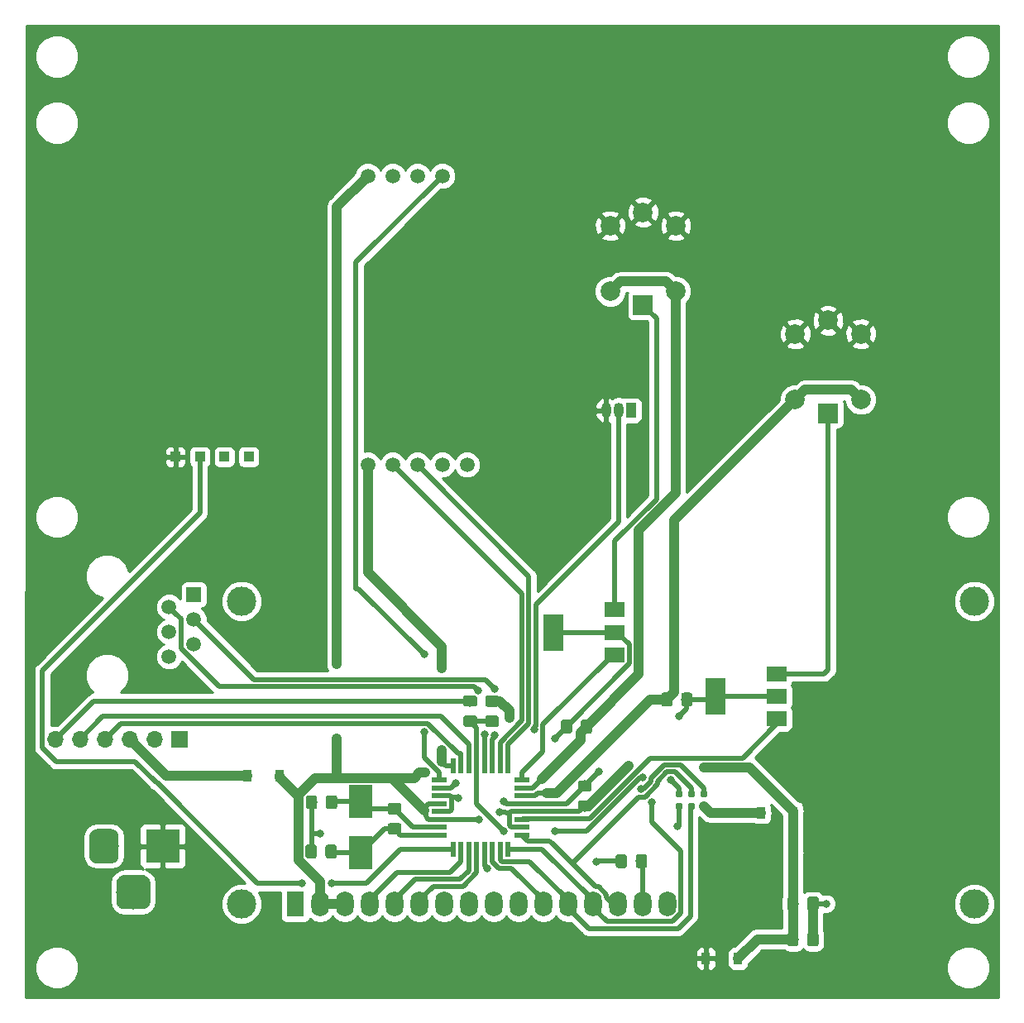
<source format=gbr>
G04 #@! TF.GenerationSoftware,KiCad,Pcbnew,(5.0.2-4-g3082e92af)*
G04 #@! TF.CreationDate,2019-03-14T11:46:11+01:00*
G04 #@! TF.ProjectId,gas-sensor,6761732d-7365-46e7-936f-722e6b696361,rev?*
G04 #@! TF.SameCoordinates,Original*
G04 #@! TF.FileFunction,Copper,L1,Top*
G04 #@! TF.FilePolarity,Positive*
%FSLAX46Y46*%
G04 Gerber Fmt 4.6, Leading zero omitted, Abs format (unit mm)*
G04 Created by KiCad (PCBNEW (5.0.2-4-g3082e92af)) date 2019 March 14, Thursday 11:46:11*
%MOMM*%
%LPD*%
G01*
G04 APERTURE LIST*
G04 #@! TA.AperFunction,ComponentPad*
%ADD10C,1.500000*%
G04 #@! TD*
G04 #@! TA.AperFunction,ComponentPad*
%ADD11R,1.050000X1.500000*%
G04 #@! TD*
G04 #@! TA.AperFunction,ComponentPad*
%ADD12O,1.050000X1.500000*%
G04 #@! TD*
G04 #@! TA.AperFunction,ComponentPad*
%ADD13R,1.000000X1.000000*%
G04 #@! TD*
G04 #@! TA.AperFunction,Conductor*
%ADD14C,0.100000*%
G04 #@! TD*
G04 #@! TA.AperFunction,SMDPad,CuDef*
%ADD15C,1.150000*%
G04 #@! TD*
G04 #@! TA.AperFunction,SMDPad,CuDef*
%ADD16R,0.900000X1.200000*%
G04 #@! TD*
G04 #@! TA.AperFunction,ComponentPad*
%ADD17C,3.000000*%
G04 #@! TD*
G04 #@! TA.AperFunction,ComponentPad*
%ADD18O,1.800000X2.600000*%
G04 #@! TD*
G04 #@! TA.AperFunction,ComponentPad*
%ADD19R,1.800000X2.600000*%
G04 #@! TD*
G04 #@! TA.AperFunction,SMDPad,CuDef*
%ADD20R,2.000000X1.500000*%
G04 #@! TD*
G04 #@! TA.AperFunction,SMDPad,CuDef*
%ADD21R,2.000000X3.800000*%
G04 #@! TD*
G04 #@! TA.AperFunction,SMDPad,CuDef*
%ADD22R,2.400000X3.500000*%
G04 #@! TD*
G04 #@! TA.AperFunction,ComponentPad*
%ADD23O,1.700000X1.700000*%
G04 #@! TD*
G04 #@! TA.AperFunction,ComponentPad*
%ADD24R,1.700000X1.700000*%
G04 #@! TD*
G04 #@! TA.AperFunction,ComponentPad*
%ADD25R,1.520000X1.520000*%
G04 #@! TD*
G04 #@! TA.AperFunction,ComponentPad*
%ADD26C,1.520000*%
G04 #@! TD*
G04 #@! TA.AperFunction,ComponentPad*
%ADD27C,3.500000*%
G04 #@! TD*
G04 #@! TA.AperFunction,ComponentPad*
%ADD28R,3.500000X3.500000*%
G04 #@! TD*
G04 #@! TA.AperFunction,SMDPad,CuDef*
%ADD29R,0.550000X1.600000*%
G04 #@! TD*
G04 #@! TA.AperFunction,SMDPad,CuDef*
%ADD30R,1.600000X0.550000*%
G04 #@! TD*
G04 #@! TA.AperFunction,ComponentPad*
%ADD31C,2.000000*%
G04 #@! TD*
G04 #@! TA.AperFunction,ComponentPad*
%ADD32R,2.000000X2.000000*%
G04 #@! TD*
G04 #@! TA.AperFunction,ConnectorPad*
%ADD33C,0.787400*%
G04 #@! TD*
G04 #@! TA.AperFunction,ViaPad*
%ADD34C,0.800000*%
G04 #@! TD*
G04 #@! TA.AperFunction,Conductor*
%ADD35C,0.500000*%
G04 #@! TD*
G04 #@! TA.AperFunction,Conductor*
%ADD36C,1.000000*%
G04 #@! TD*
G04 #@! TA.AperFunction,Conductor*
%ADD37C,0.254000*%
G04 #@! TD*
G04 APERTURE END LIST*
D10*
G04 #@! TO.P,GS3,9*
G04 #@! TO.N,/PWM_MH-Z19*
X92790000Y-65595000D03*
G04 #@! TO.P,GS3,8*
G04 #@! TO.N,Net-(GS3-Pad8)*
X90250000Y-65595000D03*
G04 #@! TO.P,GS3,7*
G04 #@! TO.N,GND*
X87710000Y-65595000D03*
G04 #@! TO.P,GS3,1*
G04 #@! TO.N,/Sensor3*
X85170000Y-95145000D03*
G04 #@! TO.P,GS3,2*
G04 #@! TO.N,/RX_MH-Z19*
X87710000Y-95145000D03*
G04 #@! TO.P,GS3,3*
G04 #@! TO.N,/TX_MH-Z19*
X90250000Y-95145000D03*
G04 #@! TO.P,GS3,4*
G04 #@! TO.N,Net-(GS3-Pad4)*
X92790000Y-95145000D03*
G04 #@! TO.P,GS3,5*
G04 #@! TO.N,Net-(GS3-Pad5)*
X95330000Y-95145000D03*
G04 #@! TO.P,GS3,6*
G04 #@! TO.N,VCC*
X85170000Y-65595000D03*
G04 #@! TD*
D11*
G04 #@! TO.P,U1,1*
G04 #@! TO.N,GND*
X112100000Y-89580000D03*
D12*
G04 #@! TO.P,U1,3*
G04 #@! TO.N,+5V*
X109560000Y-89580000D03*
G04 #@! TO.P,U1,2*
G04 #@! TO.N,/TEMP*
X110830000Y-89580000D03*
G04 #@! TD*
D13*
G04 #@! TO.P,U3,4*
G04 #@! TO.N,GND*
X72980000Y-94340000D03*
G04 #@! TO.P,U3,3*
G04 #@! TO.N,Net-(U3-Pad3)*
X70480000Y-94340000D03*
G04 #@! TO.P,U3,2*
G04 #@! TO.N,/HUM*
X67980000Y-94340000D03*
G04 #@! TO.P,U3,1*
G04 #@! TO.N,+5V*
X65480000Y-94340000D03*
G04 #@! TD*
D14*
G04 #@! TO.N,GND*
G04 #@! TO.C,C2*
G36*
X79710762Y-134055806D02*
X79735030Y-134059406D01*
X79758829Y-134065367D01*
X79781928Y-134073632D01*
X79804107Y-134084122D01*
X79825150Y-134096734D01*
X79844856Y-134111349D01*
X79863034Y-134127825D01*
X79879510Y-134146003D01*
X79894125Y-134165709D01*
X79906737Y-134186752D01*
X79917227Y-134208931D01*
X79925492Y-134232030D01*
X79931453Y-134255829D01*
X79935053Y-134280097D01*
X79936257Y-134304601D01*
X79936257Y-135204603D01*
X79935053Y-135229107D01*
X79931453Y-135253375D01*
X79925492Y-135277174D01*
X79917227Y-135300273D01*
X79906737Y-135322452D01*
X79894125Y-135343495D01*
X79879510Y-135363201D01*
X79863034Y-135381379D01*
X79844856Y-135397855D01*
X79825150Y-135412470D01*
X79804107Y-135425082D01*
X79781928Y-135435572D01*
X79758829Y-135443837D01*
X79735030Y-135449798D01*
X79710762Y-135453398D01*
X79686258Y-135454602D01*
X79036256Y-135454602D01*
X79011752Y-135453398D01*
X78987484Y-135449798D01*
X78963685Y-135443837D01*
X78940586Y-135435572D01*
X78918407Y-135425082D01*
X78897364Y-135412470D01*
X78877658Y-135397855D01*
X78859480Y-135381379D01*
X78843004Y-135363201D01*
X78828389Y-135343495D01*
X78815777Y-135322452D01*
X78805287Y-135300273D01*
X78797022Y-135277174D01*
X78791061Y-135253375D01*
X78787461Y-135229107D01*
X78786257Y-135204603D01*
X78786257Y-134304601D01*
X78787461Y-134280097D01*
X78791061Y-134255829D01*
X78797022Y-134232030D01*
X78805287Y-134208931D01*
X78815777Y-134186752D01*
X78828389Y-134165709D01*
X78843004Y-134146003D01*
X78859480Y-134127825D01*
X78877658Y-134111349D01*
X78897364Y-134096734D01*
X78918407Y-134084122D01*
X78940586Y-134073632D01*
X78963685Y-134065367D01*
X78987484Y-134059406D01*
X79011752Y-134055806D01*
X79036256Y-134054602D01*
X79686258Y-134054602D01*
X79710762Y-134055806D01*
X79710762Y-134055806D01*
G37*
D15*
G04 #@! TD*
G04 #@! TO.P,C2,2*
G04 #@! TO.N,GND*
X79361257Y-134754602D03*
D14*
G04 #@! TO.N,/XTAL2*
G04 #@! TO.C,C2*
G36*
X81760762Y-134055806D02*
X81785030Y-134059406D01*
X81808829Y-134065367D01*
X81831928Y-134073632D01*
X81854107Y-134084122D01*
X81875150Y-134096734D01*
X81894856Y-134111349D01*
X81913034Y-134127825D01*
X81929510Y-134146003D01*
X81944125Y-134165709D01*
X81956737Y-134186752D01*
X81967227Y-134208931D01*
X81975492Y-134232030D01*
X81981453Y-134255829D01*
X81985053Y-134280097D01*
X81986257Y-134304601D01*
X81986257Y-135204603D01*
X81985053Y-135229107D01*
X81981453Y-135253375D01*
X81975492Y-135277174D01*
X81967227Y-135300273D01*
X81956737Y-135322452D01*
X81944125Y-135343495D01*
X81929510Y-135363201D01*
X81913034Y-135381379D01*
X81894856Y-135397855D01*
X81875150Y-135412470D01*
X81854107Y-135425082D01*
X81831928Y-135435572D01*
X81808829Y-135443837D01*
X81785030Y-135449798D01*
X81760762Y-135453398D01*
X81736258Y-135454602D01*
X81086256Y-135454602D01*
X81061752Y-135453398D01*
X81037484Y-135449798D01*
X81013685Y-135443837D01*
X80990586Y-135435572D01*
X80968407Y-135425082D01*
X80947364Y-135412470D01*
X80927658Y-135397855D01*
X80909480Y-135381379D01*
X80893004Y-135363201D01*
X80878389Y-135343495D01*
X80865777Y-135322452D01*
X80855287Y-135300273D01*
X80847022Y-135277174D01*
X80841061Y-135253375D01*
X80837461Y-135229107D01*
X80836257Y-135204603D01*
X80836257Y-134304601D01*
X80837461Y-134280097D01*
X80841061Y-134255829D01*
X80847022Y-134232030D01*
X80855287Y-134208931D01*
X80865777Y-134186752D01*
X80878389Y-134165709D01*
X80893004Y-134146003D01*
X80909480Y-134127825D01*
X80927658Y-134111349D01*
X80947364Y-134096734D01*
X80968407Y-134084122D01*
X80990586Y-134073632D01*
X81013685Y-134065367D01*
X81037484Y-134059406D01*
X81061752Y-134055806D01*
X81086256Y-134054602D01*
X81736258Y-134054602D01*
X81760762Y-134055806D01*
X81760762Y-134055806D01*
G37*
D15*
G04 #@! TD*
G04 #@! TO.P,C2,1*
G04 #@! TO.N,/XTAL2*
X81411257Y-134754602D03*
D14*
G04 #@! TO.N,GND*
G04 #@! TO.C,C3*
G36*
X131086344Y-139389064D02*
X131110612Y-139392664D01*
X131134411Y-139398625D01*
X131157510Y-139406890D01*
X131179689Y-139417380D01*
X131200732Y-139429992D01*
X131220438Y-139444607D01*
X131238616Y-139461083D01*
X131255092Y-139479261D01*
X131269707Y-139498967D01*
X131282319Y-139520010D01*
X131292809Y-139542189D01*
X131301074Y-139565288D01*
X131307035Y-139589087D01*
X131310635Y-139613355D01*
X131311839Y-139637859D01*
X131311839Y-140537861D01*
X131310635Y-140562365D01*
X131307035Y-140586633D01*
X131301074Y-140610432D01*
X131292809Y-140633531D01*
X131282319Y-140655710D01*
X131269707Y-140676753D01*
X131255092Y-140696459D01*
X131238616Y-140714637D01*
X131220438Y-140731113D01*
X131200732Y-140745728D01*
X131179689Y-140758340D01*
X131157510Y-140768830D01*
X131134411Y-140777095D01*
X131110612Y-140783056D01*
X131086344Y-140786656D01*
X131061840Y-140787860D01*
X130411838Y-140787860D01*
X130387334Y-140786656D01*
X130363066Y-140783056D01*
X130339267Y-140777095D01*
X130316168Y-140768830D01*
X130293989Y-140758340D01*
X130272946Y-140745728D01*
X130253240Y-140731113D01*
X130235062Y-140714637D01*
X130218586Y-140696459D01*
X130203971Y-140676753D01*
X130191359Y-140655710D01*
X130180869Y-140633531D01*
X130172604Y-140610432D01*
X130166643Y-140586633D01*
X130163043Y-140562365D01*
X130161839Y-140537861D01*
X130161839Y-139637859D01*
X130163043Y-139613355D01*
X130166643Y-139589087D01*
X130172604Y-139565288D01*
X130180869Y-139542189D01*
X130191359Y-139520010D01*
X130203971Y-139498967D01*
X130218586Y-139479261D01*
X130235062Y-139461083D01*
X130253240Y-139444607D01*
X130272946Y-139429992D01*
X130293989Y-139417380D01*
X130316168Y-139406890D01*
X130339267Y-139398625D01*
X130363066Y-139392664D01*
X130387334Y-139389064D01*
X130411838Y-139387860D01*
X131061840Y-139387860D01*
X131086344Y-139389064D01*
X131086344Y-139389064D01*
G37*
D15*
G04 #@! TD*
G04 #@! TO.P,C3,2*
G04 #@! TO.N,GND*
X130736839Y-140087860D03*
D14*
G04 #@! TO.N,VCC*
G04 #@! TO.C,C3*
G36*
X129036344Y-139389064D02*
X129060612Y-139392664D01*
X129084411Y-139398625D01*
X129107510Y-139406890D01*
X129129689Y-139417380D01*
X129150732Y-139429992D01*
X129170438Y-139444607D01*
X129188616Y-139461083D01*
X129205092Y-139479261D01*
X129219707Y-139498967D01*
X129232319Y-139520010D01*
X129242809Y-139542189D01*
X129251074Y-139565288D01*
X129257035Y-139589087D01*
X129260635Y-139613355D01*
X129261839Y-139637859D01*
X129261839Y-140537861D01*
X129260635Y-140562365D01*
X129257035Y-140586633D01*
X129251074Y-140610432D01*
X129242809Y-140633531D01*
X129232319Y-140655710D01*
X129219707Y-140676753D01*
X129205092Y-140696459D01*
X129188616Y-140714637D01*
X129170438Y-140731113D01*
X129150732Y-140745728D01*
X129129689Y-140758340D01*
X129107510Y-140768830D01*
X129084411Y-140777095D01*
X129060612Y-140783056D01*
X129036344Y-140786656D01*
X129011840Y-140787860D01*
X128361838Y-140787860D01*
X128337334Y-140786656D01*
X128313066Y-140783056D01*
X128289267Y-140777095D01*
X128266168Y-140768830D01*
X128243989Y-140758340D01*
X128222946Y-140745728D01*
X128203240Y-140731113D01*
X128185062Y-140714637D01*
X128168586Y-140696459D01*
X128153971Y-140676753D01*
X128141359Y-140655710D01*
X128130869Y-140633531D01*
X128122604Y-140610432D01*
X128116643Y-140586633D01*
X128113043Y-140562365D01*
X128111839Y-140537861D01*
X128111839Y-139637859D01*
X128113043Y-139613355D01*
X128116643Y-139589087D01*
X128122604Y-139565288D01*
X128130869Y-139542189D01*
X128141359Y-139520010D01*
X128153971Y-139498967D01*
X128168586Y-139479261D01*
X128185062Y-139461083D01*
X128203240Y-139444607D01*
X128222946Y-139429992D01*
X128243989Y-139417380D01*
X128266168Y-139406890D01*
X128289267Y-139398625D01*
X128313066Y-139392664D01*
X128337334Y-139389064D01*
X128361838Y-139387860D01*
X129011840Y-139387860D01*
X129036344Y-139389064D01*
X129036344Y-139389064D01*
G37*
D15*
G04 #@! TD*
G04 #@! TO.P,C3,1*
G04 #@! TO.N,VCC*
X128686839Y-140087860D03*
D14*
G04 #@! TO.N,GND*
G04 #@! TO.C,C4*
G36*
X131091344Y-143049064D02*
X131115612Y-143052664D01*
X131139411Y-143058625D01*
X131162510Y-143066890D01*
X131184689Y-143077380D01*
X131205732Y-143089992D01*
X131225438Y-143104607D01*
X131243616Y-143121083D01*
X131260092Y-143139261D01*
X131274707Y-143158967D01*
X131287319Y-143180010D01*
X131297809Y-143202189D01*
X131306074Y-143225288D01*
X131312035Y-143249087D01*
X131315635Y-143273355D01*
X131316839Y-143297859D01*
X131316839Y-144197861D01*
X131315635Y-144222365D01*
X131312035Y-144246633D01*
X131306074Y-144270432D01*
X131297809Y-144293531D01*
X131287319Y-144315710D01*
X131274707Y-144336753D01*
X131260092Y-144356459D01*
X131243616Y-144374637D01*
X131225438Y-144391113D01*
X131205732Y-144405728D01*
X131184689Y-144418340D01*
X131162510Y-144428830D01*
X131139411Y-144437095D01*
X131115612Y-144443056D01*
X131091344Y-144446656D01*
X131066840Y-144447860D01*
X130416838Y-144447860D01*
X130392334Y-144446656D01*
X130368066Y-144443056D01*
X130344267Y-144437095D01*
X130321168Y-144428830D01*
X130298989Y-144418340D01*
X130277946Y-144405728D01*
X130258240Y-144391113D01*
X130240062Y-144374637D01*
X130223586Y-144356459D01*
X130208971Y-144336753D01*
X130196359Y-144315710D01*
X130185869Y-144293531D01*
X130177604Y-144270432D01*
X130171643Y-144246633D01*
X130168043Y-144222365D01*
X130166839Y-144197861D01*
X130166839Y-143297859D01*
X130168043Y-143273355D01*
X130171643Y-143249087D01*
X130177604Y-143225288D01*
X130185869Y-143202189D01*
X130196359Y-143180010D01*
X130208971Y-143158967D01*
X130223586Y-143139261D01*
X130240062Y-143121083D01*
X130258240Y-143104607D01*
X130277946Y-143089992D01*
X130298989Y-143077380D01*
X130321168Y-143066890D01*
X130344267Y-143058625D01*
X130368066Y-143052664D01*
X130392334Y-143049064D01*
X130416838Y-143047860D01*
X131066840Y-143047860D01*
X131091344Y-143049064D01*
X131091344Y-143049064D01*
G37*
D15*
G04 #@! TD*
G04 #@! TO.P,C4,2*
G04 #@! TO.N,GND*
X130741839Y-143747860D03*
D14*
G04 #@! TO.N,VCC*
G04 #@! TO.C,C4*
G36*
X129041344Y-143049064D02*
X129065612Y-143052664D01*
X129089411Y-143058625D01*
X129112510Y-143066890D01*
X129134689Y-143077380D01*
X129155732Y-143089992D01*
X129175438Y-143104607D01*
X129193616Y-143121083D01*
X129210092Y-143139261D01*
X129224707Y-143158967D01*
X129237319Y-143180010D01*
X129247809Y-143202189D01*
X129256074Y-143225288D01*
X129262035Y-143249087D01*
X129265635Y-143273355D01*
X129266839Y-143297859D01*
X129266839Y-144197861D01*
X129265635Y-144222365D01*
X129262035Y-144246633D01*
X129256074Y-144270432D01*
X129247809Y-144293531D01*
X129237319Y-144315710D01*
X129224707Y-144336753D01*
X129210092Y-144356459D01*
X129193616Y-144374637D01*
X129175438Y-144391113D01*
X129155732Y-144405728D01*
X129134689Y-144418340D01*
X129112510Y-144428830D01*
X129089411Y-144437095D01*
X129065612Y-144443056D01*
X129041344Y-144446656D01*
X129016840Y-144447860D01*
X128366838Y-144447860D01*
X128342334Y-144446656D01*
X128318066Y-144443056D01*
X128294267Y-144437095D01*
X128271168Y-144428830D01*
X128248989Y-144418340D01*
X128227946Y-144405728D01*
X128208240Y-144391113D01*
X128190062Y-144374637D01*
X128173586Y-144356459D01*
X128158971Y-144336753D01*
X128146359Y-144315710D01*
X128135869Y-144293531D01*
X128127604Y-144270432D01*
X128121643Y-144246633D01*
X128118043Y-144222365D01*
X128116839Y-144197861D01*
X128116839Y-143297859D01*
X128118043Y-143273355D01*
X128121643Y-143249087D01*
X128127604Y-143225288D01*
X128135869Y-143202189D01*
X128146359Y-143180010D01*
X128158971Y-143158967D01*
X128173586Y-143139261D01*
X128190062Y-143121083D01*
X128208240Y-143104607D01*
X128227946Y-143089992D01*
X128248989Y-143077380D01*
X128271168Y-143066890D01*
X128294267Y-143058625D01*
X128318066Y-143052664D01*
X128342334Y-143049064D01*
X128366838Y-143047860D01*
X129016840Y-143047860D01*
X129041344Y-143049064D01*
X129041344Y-143049064D01*
G37*
D15*
G04 #@! TD*
G04 #@! TO.P,C4,1*
G04 #@! TO.N,VCC*
X128691839Y-143747860D03*
D14*
G04 #@! TO.N,/RESET*
G04 #@! TO.C,C6*
G36*
X96120114Y-120829485D02*
X96144382Y-120833085D01*
X96168181Y-120839046D01*
X96191280Y-120847311D01*
X96213459Y-120857801D01*
X96234502Y-120870413D01*
X96254208Y-120885028D01*
X96272386Y-120901504D01*
X96288862Y-120919682D01*
X96303477Y-120939388D01*
X96316089Y-120960431D01*
X96326579Y-120982610D01*
X96334844Y-121005709D01*
X96340805Y-121029508D01*
X96344405Y-121053776D01*
X96345609Y-121078280D01*
X96345609Y-121728282D01*
X96344405Y-121752786D01*
X96340805Y-121777054D01*
X96334844Y-121800853D01*
X96326579Y-121823952D01*
X96316089Y-121846131D01*
X96303477Y-121867174D01*
X96288862Y-121886880D01*
X96272386Y-121905058D01*
X96254208Y-121921534D01*
X96234502Y-121936149D01*
X96213459Y-121948761D01*
X96191280Y-121959251D01*
X96168181Y-121967516D01*
X96144382Y-121973477D01*
X96120114Y-121977077D01*
X96095610Y-121978281D01*
X95195608Y-121978281D01*
X95171104Y-121977077D01*
X95146836Y-121973477D01*
X95123037Y-121967516D01*
X95099938Y-121959251D01*
X95077759Y-121948761D01*
X95056716Y-121936149D01*
X95037010Y-121921534D01*
X95018832Y-121905058D01*
X95002356Y-121886880D01*
X94987741Y-121867174D01*
X94975129Y-121846131D01*
X94964639Y-121823952D01*
X94956374Y-121800853D01*
X94950413Y-121777054D01*
X94946813Y-121752786D01*
X94945609Y-121728282D01*
X94945609Y-121078280D01*
X94946813Y-121053776D01*
X94950413Y-121029508D01*
X94956374Y-121005709D01*
X94964639Y-120982610D01*
X94975129Y-120960431D01*
X94987741Y-120939388D01*
X95002356Y-120919682D01*
X95018832Y-120901504D01*
X95037010Y-120885028D01*
X95056716Y-120870413D01*
X95077759Y-120857801D01*
X95099938Y-120847311D01*
X95123037Y-120839046D01*
X95146836Y-120833085D01*
X95171104Y-120829485D01*
X95195608Y-120828281D01*
X96095610Y-120828281D01*
X96120114Y-120829485D01*
X96120114Y-120829485D01*
G37*
D15*
G04 #@! TD*
G04 #@! TO.P,C6,2*
G04 #@! TO.N,/RESET*
X95645609Y-121403281D03*
D14*
G04 #@! TO.N,/DTR*
G04 #@! TO.C,C6*
G36*
X96120114Y-118779485D02*
X96144382Y-118783085D01*
X96168181Y-118789046D01*
X96191280Y-118797311D01*
X96213459Y-118807801D01*
X96234502Y-118820413D01*
X96254208Y-118835028D01*
X96272386Y-118851504D01*
X96288862Y-118869682D01*
X96303477Y-118889388D01*
X96316089Y-118910431D01*
X96326579Y-118932610D01*
X96334844Y-118955709D01*
X96340805Y-118979508D01*
X96344405Y-119003776D01*
X96345609Y-119028280D01*
X96345609Y-119678282D01*
X96344405Y-119702786D01*
X96340805Y-119727054D01*
X96334844Y-119750853D01*
X96326579Y-119773952D01*
X96316089Y-119796131D01*
X96303477Y-119817174D01*
X96288862Y-119836880D01*
X96272386Y-119855058D01*
X96254208Y-119871534D01*
X96234502Y-119886149D01*
X96213459Y-119898761D01*
X96191280Y-119909251D01*
X96168181Y-119917516D01*
X96144382Y-119923477D01*
X96120114Y-119927077D01*
X96095610Y-119928281D01*
X95195608Y-119928281D01*
X95171104Y-119927077D01*
X95146836Y-119923477D01*
X95123037Y-119917516D01*
X95099938Y-119909251D01*
X95077759Y-119898761D01*
X95056716Y-119886149D01*
X95037010Y-119871534D01*
X95018832Y-119855058D01*
X95002356Y-119836880D01*
X94987741Y-119817174D01*
X94975129Y-119796131D01*
X94964639Y-119773952D01*
X94956374Y-119750853D01*
X94950413Y-119727054D01*
X94946813Y-119702786D01*
X94945609Y-119678282D01*
X94945609Y-119028280D01*
X94946813Y-119003776D01*
X94950413Y-118979508D01*
X94956374Y-118955709D01*
X94964639Y-118932610D01*
X94975129Y-118910431D01*
X94987741Y-118889388D01*
X95002356Y-118869682D01*
X95018832Y-118851504D01*
X95037010Y-118835028D01*
X95056716Y-118820413D01*
X95077759Y-118807801D01*
X95099938Y-118797311D01*
X95123037Y-118789046D01*
X95146836Y-118783085D01*
X95171104Y-118779485D01*
X95195608Y-118778281D01*
X96095610Y-118778281D01*
X96120114Y-118779485D01*
X96120114Y-118779485D01*
G37*
D15*
G04 #@! TD*
G04 #@! TO.P,C6,1*
G04 #@! TO.N,/DTR*
X95645609Y-119353281D03*
D16*
G04 #@! TO.P,D1,2*
G04 #@! TO.N,/VCC-FTDI*
X72870000Y-127030000D03*
G04 #@! TO.P,D1,1*
G04 #@! TO.N,VCC*
X76170000Y-127030000D03*
G04 #@! TD*
G04 #@! TO.P,D2,2*
G04 #@! TO.N,+5V*
X119780000Y-145710000D03*
G04 #@! TO.P,D2,1*
G04 #@! TO.N,VCC*
X123080000Y-145710000D03*
G04 #@! TD*
G04 #@! TO.P,D3,2*
G04 #@! TO.N,/VCC-ICSP*
X125408674Y-130780878D03*
G04 #@! TO.P,D3,1*
G04 #@! TO.N,VCC*
X128708674Y-130780878D03*
G04 #@! TD*
D17*
G04 #@! TO.P,DS1,*
G04 #@! TO.N,*
X147247934Y-140122755D03*
X147247414Y-109122055D03*
X72248834Y-109122055D03*
X72248834Y-140122755D03*
D18*
G04 #@! TO.P,DS1,16*
G04 #@! TO.N,GND*
X115847934Y-140122755D03*
G04 #@! TO.P,DS1,15*
G04 #@! TO.N,Net-(DS1-Pad15)*
X113307934Y-140122755D03*
G04 #@! TO.P,DS1,14*
G04 #@! TO.N,/LCD4_SCK*
X110767934Y-140122755D03*
G04 #@! TO.P,DS1,13*
G04 #@! TO.N,/LCD3_MISO*
X108227934Y-140122755D03*
G04 #@! TO.P,DS1,12*
G04 #@! TO.N,/LCD2_MOSI*
X105687934Y-140122755D03*
G04 #@! TO.P,DS1,11*
G04 #@! TO.N,/LCD1*
X103147934Y-140122755D03*
G04 #@! TO.P,DS1,10*
G04 #@! TO.N,Net-(DS1-Pad10)*
X100607934Y-140122755D03*
G04 #@! TO.P,DS1,9*
G04 #@! TO.N,Net-(DS1-Pad9)*
X98067934Y-140122755D03*
G04 #@! TO.P,DS1,8*
G04 #@! TO.N,Net-(DS1-Pad8)*
X95527934Y-140122755D03*
G04 #@! TO.P,DS1,7*
G04 #@! TO.N,Net-(DS1-Pad7)*
X92987934Y-140122755D03*
G04 #@! TO.P,DS1,6*
G04 #@! TO.N,/LCD_E*
X90447934Y-140122755D03*
G04 #@! TO.P,DS1,5*
G04 #@! TO.N,/LCD_RW*
X87907934Y-140122755D03*
G04 #@! TO.P,DS1,4*
G04 #@! TO.N,/LCD_RS*
X85367934Y-140122755D03*
G04 #@! TO.P,DS1,3*
G04 #@! TO.N,VCC*
X82827934Y-140122755D03*
G04 #@! TO.P,DS1,2*
X80287934Y-140122755D03*
D19*
G04 #@! TO.P,DS1,1*
G04 #@! TO.N,GND*
X77747934Y-140122755D03*
G04 #@! TD*
D14*
G04 #@! TO.N,/XTAL2*
G04 #@! TO.C,R1*
G36*
X88375762Y-131850806D02*
X88400030Y-131854406D01*
X88423829Y-131860367D01*
X88446928Y-131868632D01*
X88469107Y-131879122D01*
X88490150Y-131891734D01*
X88509856Y-131906349D01*
X88528034Y-131922825D01*
X88544510Y-131941003D01*
X88559125Y-131960709D01*
X88571737Y-131981752D01*
X88582227Y-132003931D01*
X88590492Y-132027030D01*
X88596453Y-132050829D01*
X88600053Y-132075097D01*
X88601257Y-132099601D01*
X88601257Y-132749603D01*
X88600053Y-132774107D01*
X88596453Y-132798375D01*
X88590492Y-132822174D01*
X88582227Y-132845273D01*
X88571737Y-132867452D01*
X88559125Y-132888495D01*
X88544510Y-132908201D01*
X88528034Y-132926379D01*
X88509856Y-132942855D01*
X88490150Y-132957470D01*
X88469107Y-132970082D01*
X88446928Y-132980572D01*
X88423829Y-132988837D01*
X88400030Y-132994798D01*
X88375762Y-132998398D01*
X88351258Y-132999602D01*
X87451256Y-132999602D01*
X87426752Y-132998398D01*
X87402484Y-132994798D01*
X87378685Y-132988837D01*
X87355586Y-132980572D01*
X87333407Y-132970082D01*
X87312364Y-132957470D01*
X87292658Y-132942855D01*
X87274480Y-132926379D01*
X87258004Y-132908201D01*
X87243389Y-132888495D01*
X87230777Y-132867452D01*
X87220287Y-132845273D01*
X87212022Y-132822174D01*
X87206061Y-132798375D01*
X87202461Y-132774107D01*
X87201257Y-132749603D01*
X87201257Y-132099601D01*
X87202461Y-132075097D01*
X87206061Y-132050829D01*
X87212022Y-132027030D01*
X87220287Y-132003931D01*
X87230777Y-131981752D01*
X87243389Y-131960709D01*
X87258004Y-131941003D01*
X87274480Y-131922825D01*
X87292658Y-131906349D01*
X87312364Y-131891734D01*
X87333407Y-131879122D01*
X87355586Y-131868632D01*
X87378685Y-131860367D01*
X87402484Y-131854406D01*
X87426752Y-131850806D01*
X87451256Y-131849602D01*
X88351258Y-131849602D01*
X88375762Y-131850806D01*
X88375762Y-131850806D01*
G37*
D15*
G04 #@! TD*
G04 #@! TO.P,R1,2*
G04 #@! TO.N,/XTAL2*
X87901257Y-132424602D03*
D14*
G04 #@! TO.N,/XTAL1*
G04 #@! TO.C,R1*
G36*
X88375762Y-129800806D02*
X88400030Y-129804406D01*
X88423829Y-129810367D01*
X88446928Y-129818632D01*
X88469107Y-129829122D01*
X88490150Y-129841734D01*
X88509856Y-129856349D01*
X88528034Y-129872825D01*
X88544510Y-129891003D01*
X88559125Y-129910709D01*
X88571737Y-129931752D01*
X88582227Y-129953931D01*
X88590492Y-129977030D01*
X88596453Y-130000829D01*
X88600053Y-130025097D01*
X88601257Y-130049601D01*
X88601257Y-130699603D01*
X88600053Y-130724107D01*
X88596453Y-130748375D01*
X88590492Y-130772174D01*
X88582227Y-130795273D01*
X88571737Y-130817452D01*
X88559125Y-130838495D01*
X88544510Y-130858201D01*
X88528034Y-130876379D01*
X88509856Y-130892855D01*
X88490150Y-130907470D01*
X88469107Y-130920082D01*
X88446928Y-130930572D01*
X88423829Y-130938837D01*
X88400030Y-130944798D01*
X88375762Y-130948398D01*
X88351258Y-130949602D01*
X87451256Y-130949602D01*
X87426752Y-130948398D01*
X87402484Y-130944798D01*
X87378685Y-130938837D01*
X87355586Y-130930572D01*
X87333407Y-130920082D01*
X87312364Y-130907470D01*
X87292658Y-130892855D01*
X87274480Y-130876379D01*
X87258004Y-130858201D01*
X87243389Y-130838495D01*
X87230777Y-130817452D01*
X87220287Y-130795273D01*
X87212022Y-130772174D01*
X87206061Y-130748375D01*
X87202461Y-130724107D01*
X87201257Y-130699603D01*
X87201257Y-130049601D01*
X87202461Y-130025097D01*
X87206061Y-130000829D01*
X87212022Y-129977030D01*
X87220287Y-129953931D01*
X87230777Y-129931752D01*
X87243389Y-129910709D01*
X87258004Y-129891003D01*
X87274480Y-129872825D01*
X87292658Y-129856349D01*
X87312364Y-129841734D01*
X87333407Y-129829122D01*
X87355586Y-129818632D01*
X87378685Y-129810367D01*
X87402484Y-129804406D01*
X87426752Y-129800806D01*
X87451256Y-129799602D01*
X88351258Y-129799602D01*
X88375762Y-129800806D01*
X88375762Y-129800806D01*
G37*
D15*
G04 #@! TD*
G04 #@! TO.P,R1,1*
G04 #@! TO.N,/XTAL1*
X87901257Y-130374602D03*
D14*
G04 #@! TO.N,Net-(DS1-Pad15)*
G04 #@! TO.C,R2*
G36*
X113522439Y-135043959D02*
X113546707Y-135047559D01*
X113570506Y-135053520D01*
X113593605Y-135061785D01*
X113615784Y-135072275D01*
X113636827Y-135084887D01*
X113656533Y-135099502D01*
X113674711Y-135115978D01*
X113691187Y-135134156D01*
X113705802Y-135153862D01*
X113718414Y-135174905D01*
X113728904Y-135197084D01*
X113737169Y-135220183D01*
X113743130Y-135243982D01*
X113746730Y-135268250D01*
X113747934Y-135292754D01*
X113747934Y-136192756D01*
X113746730Y-136217260D01*
X113743130Y-136241528D01*
X113737169Y-136265327D01*
X113728904Y-136288426D01*
X113718414Y-136310605D01*
X113705802Y-136331648D01*
X113691187Y-136351354D01*
X113674711Y-136369532D01*
X113656533Y-136386008D01*
X113636827Y-136400623D01*
X113615784Y-136413235D01*
X113593605Y-136423725D01*
X113570506Y-136431990D01*
X113546707Y-136437951D01*
X113522439Y-136441551D01*
X113497935Y-136442755D01*
X112847933Y-136442755D01*
X112823429Y-136441551D01*
X112799161Y-136437951D01*
X112775362Y-136431990D01*
X112752263Y-136423725D01*
X112730084Y-136413235D01*
X112709041Y-136400623D01*
X112689335Y-136386008D01*
X112671157Y-136369532D01*
X112654681Y-136351354D01*
X112640066Y-136331648D01*
X112627454Y-136310605D01*
X112616964Y-136288426D01*
X112608699Y-136265327D01*
X112602738Y-136241528D01*
X112599138Y-136217260D01*
X112597934Y-136192756D01*
X112597934Y-135292754D01*
X112599138Y-135268250D01*
X112602738Y-135243982D01*
X112608699Y-135220183D01*
X112616964Y-135197084D01*
X112627454Y-135174905D01*
X112640066Y-135153862D01*
X112654681Y-135134156D01*
X112671157Y-135115978D01*
X112689335Y-135099502D01*
X112709041Y-135084887D01*
X112730084Y-135072275D01*
X112752263Y-135061785D01*
X112775362Y-135053520D01*
X112799161Y-135047559D01*
X112823429Y-135043959D01*
X112847933Y-135042755D01*
X113497935Y-135042755D01*
X113522439Y-135043959D01*
X113522439Y-135043959D01*
G37*
D15*
G04 #@! TD*
G04 #@! TO.P,R2,2*
G04 #@! TO.N,Net-(DS1-Pad15)*
X113172934Y-135742755D03*
D14*
G04 #@! TO.N,/LCD_LED*
G04 #@! TO.C,R2*
G36*
X111472439Y-135043959D02*
X111496707Y-135047559D01*
X111520506Y-135053520D01*
X111543605Y-135061785D01*
X111565784Y-135072275D01*
X111586827Y-135084887D01*
X111606533Y-135099502D01*
X111624711Y-135115978D01*
X111641187Y-135134156D01*
X111655802Y-135153862D01*
X111668414Y-135174905D01*
X111678904Y-135197084D01*
X111687169Y-135220183D01*
X111693130Y-135243982D01*
X111696730Y-135268250D01*
X111697934Y-135292754D01*
X111697934Y-136192756D01*
X111696730Y-136217260D01*
X111693130Y-136241528D01*
X111687169Y-136265327D01*
X111678904Y-136288426D01*
X111668414Y-136310605D01*
X111655802Y-136331648D01*
X111641187Y-136351354D01*
X111624711Y-136369532D01*
X111606533Y-136386008D01*
X111586827Y-136400623D01*
X111565784Y-136413235D01*
X111543605Y-136423725D01*
X111520506Y-136431990D01*
X111496707Y-136437951D01*
X111472439Y-136441551D01*
X111447935Y-136442755D01*
X110797933Y-136442755D01*
X110773429Y-136441551D01*
X110749161Y-136437951D01*
X110725362Y-136431990D01*
X110702263Y-136423725D01*
X110680084Y-136413235D01*
X110659041Y-136400623D01*
X110639335Y-136386008D01*
X110621157Y-136369532D01*
X110604681Y-136351354D01*
X110590066Y-136331648D01*
X110577454Y-136310605D01*
X110566964Y-136288426D01*
X110558699Y-136265327D01*
X110552738Y-136241528D01*
X110549138Y-136217260D01*
X110547934Y-136192756D01*
X110547934Y-135292754D01*
X110549138Y-135268250D01*
X110552738Y-135243982D01*
X110558699Y-135220183D01*
X110566964Y-135197084D01*
X110577454Y-135174905D01*
X110590066Y-135153862D01*
X110604681Y-135134156D01*
X110621157Y-135115978D01*
X110639335Y-135099502D01*
X110659041Y-135084887D01*
X110680084Y-135072275D01*
X110702263Y-135061785D01*
X110725362Y-135053520D01*
X110749161Y-135047559D01*
X110773429Y-135043959D01*
X110797933Y-135042755D01*
X111447935Y-135042755D01*
X111472439Y-135043959D01*
X111472439Y-135043959D01*
G37*
D15*
G04 #@! TD*
G04 #@! TO.P,R2,1*
G04 #@! TO.N,/LCD_LED*
X111122934Y-135742755D03*
D14*
G04 #@! TO.N,/RESET*
G04 #@! TO.C,R3*
G36*
X98360114Y-120839485D02*
X98384382Y-120843085D01*
X98408181Y-120849046D01*
X98431280Y-120857311D01*
X98453459Y-120867801D01*
X98474502Y-120880413D01*
X98494208Y-120895028D01*
X98512386Y-120911504D01*
X98528862Y-120929682D01*
X98543477Y-120949388D01*
X98556089Y-120970431D01*
X98566579Y-120992610D01*
X98574844Y-121015709D01*
X98580805Y-121039508D01*
X98584405Y-121063776D01*
X98585609Y-121088280D01*
X98585609Y-121738282D01*
X98584405Y-121762786D01*
X98580805Y-121787054D01*
X98574844Y-121810853D01*
X98566579Y-121833952D01*
X98556089Y-121856131D01*
X98543477Y-121877174D01*
X98528862Y-121896880D01*
X98512386Y-121915058D01*
X98494208Y-121931534D01*
X98474502Y-121946149D01*
X98453459Y-121958761D01*
X98431280Y-121969251D01*
X98408181Y-121977516D01*
X98384382Y-121983477D01*
X98360114Y-121987077D01*
X98335610Y-121988281D01*
X97435608Y-121988281D01*
X97411104Y-121987077D01*
X97386836Y-121983477D01*
X97363037Y-121977516D01*
X97339938Y-121969251D01*
X97317759Y-121958761D01*
X97296716Y-121946149D01*
X97277010Y-121931534D01*
X97258832Y-121915058D01*
X97242356Y-121896880D01*
X97227741Y-121877174D01*
X97215129Y-121856131D01*
X97204639Y-121833952D01*
X97196374Y-121810853D01*
X97190413Y-121787054D01*
X97186813Y-121762786D01*
X97185609Y-121738282D01*
X97185609Y-121088280D01*
X97186813Y-121063776D01*
X97190413Y-121039508D01*
X97196374Y-121015709D01*
X97204639Y-120992610D01*
X97215129Y-120970431D01*
X97227741Y-120949388D01*
X97242356Y-120929682D01*
X97258832Y-120911504D01*
X97277010Y-120895028D01*
X97296716Y-120880413D01*
X97317759Y-120867801D01*
X97339938Y-120857311D01*
X97363037Y-120849046D01*
X97386836Y-120843085D01*
X97411104Y-120839485D01*
X97435608Y-120838281D01*
X98335610Y-120838281D01*
X98360114Y-120839485D01*
X98360114Y-120839485D01*
G37*
D15*
G04 #@! TD*
G04 #@! TO.P,R3,2*
G04 #@! TO.N,/RESET*
X97885609Y-121413281D03*
D14*
G04 #@! TO.N,VCC*
G04 #@! TO.C,R3*
G36*
X98360114Y-118789485D02*
X98384382Y-118793085D01*
X98408181Y-118799046D01*
X98431280Y-118807311D01*
X98453459Y-118817801D01*
X98474502Y-118830413D01*
X98494208Y-118845028D01*
X98512386Y-118861504D01*
X98528862Y-118879682D01*
X98543477Y-118899388D01*
X98556089Y-118920431D01*
X98566579Y-118942610D01*
X98574844Y-118965709D01*
X98580805Y-118989508D01*
X98584405Y-119013776D01*
X98585609Y-119038280D01*
X98585609Y-119688282D01*
X98584405Y-119712786D01*
X98580805Y-119737054D01*
X98574844Y-119760853D01*
X98566579Y-119783952D01*
X98556089Y-119806131D01*
X98543477Y-119827174D01*
X98528862Y-119846880D01*
X98512386Y-119865058D01*
X98494208Y-119881534D01*
X98474502Y-119896149D01*
X98453459Y-119908761D01*
X98431280Y-119919251D01*
X98408181Y-119927516D01*
X98384382Y-119933477D01*
X98360114Y-119937077D01*
X98335610Y-119938281D01*
X97435608Y-119938281D01*
X97411104Y-119937077D01*
X97386836Y-119933477D01*
X97363037Y-119927516D01*
X97339938Y-119919251D01*
X97317759Y-119908761D01*
X97296716Y-119896149D01*
X97277010Y-119881534D01*
X97258832Y-119865058D01*
X97242356Y-119846880D01*
X97227741Y-119827174D01*
X97215129Y-119806131D01*
X97204639Y-119783952D01*
X97196374Y-119760853D01*
X97190413Y-119737054D01*
X97186813Y-119712786D01*
X97185609Y-119688282D01*
X97185609Y-119038280D01*
X97186813Y-119013776D01*
X97190413Y-118989508D01*
X97196374Y-118965709D01*
X97204639Y-118942610D01*
X97215129Y-118920431D01*
X97227741Y-118899388D01*
X97242356Y-118879682D01*
X97258832Y-118861504D01*
X97277010Y-118845028D01*
X97296716Y-118830413D01*
X97317759Y-118817801D01*
X97339938Y-118807311D01*
X97363037Y-118799046D01*
X97386836Y-118793085D01*
X97411104Y-118789485D01*
X97435608Y-118788281D01*
X98335610Y-118788281D01*
X98360114Y-118789485D01*
X98360114Y-118789485D01*
G37*
D15*
G04 #@! TD*
G04 #@! TO.P,R3,1*
G04 #@! TO.N,VCC*
X97885609Y-119363281D03*
D14*
G04 #@! TO.N,GND*
G04 #@! TO.C,R4*
G36*
X118179505Y-118491204D02*
X118203773Y-118494804D01*
X118227572Y-118500765D01*
X118250671Y-118509030D01*
X118272850Y-118519520D01*
X118293893Y-118532132D01*
X118313599Y-118546747D01*
X118331777Y-118563223D01*
X118348253Y-118581401D01*
X118362868Y-118601107D01*
X118375480Y-118622150D01*
X118385970Y-118644329D01*
X118394235Y-118667428D01*
X118400196Y-118691227D01*
X118403796Y-118715495D01*
X118405000Y-118739999D01*
X118405000Y-119640001D01*
X118403796Y-119664505D01*
X118400196Y-119688773D01*
X118394235Y-119712572D01*
X118385970Y-119735671D01*
X118375480Y-119757850D01*
X118362868Y-119778893D01*
X118348253Y-119798599D01*
X118331777Y-119816777D01*
X118313599Y-119833253D01*
X118293893Y-119847868D01*
X118272850Y-119860480D01*
X118250671Y-119870970D01*
X118227572Y-119879235D01*
X118203773Y-119885196D01*
X118179505Y-119888796D01*
X118155001Y-119890000D01*
X117504999Y-119890000D01*
X117480495Y-119888796D01*
X117456227Y-119885196D01*
X117432428Y-119879235D01*
X117409329Y-119870970D01*
X117387150Y-119860480D01*
X117366107Y-119847868D01*
X117346401Y-119833253D01*
X117328223Y-119816777D01*
X117311747Y-119798599D01*
X117297132Y-119778893D01*
X117284520Y-119757850D01*
X117274030Y-119735671D01*
X117265765Y-119712572D01*
X117259804Y-119688773D01*
X117256204Y-119664505D01*
X117255000Y-119640001D01*
X117255000Y-118739999D01*
X117256204Y-118715495D01*
X117259804Y-118691227D01*
X117265765Y-118667428D01*
X117274030Y-118644329D01*
X117284520Y-118622150D01*
X117297132Y-118601107D01*
X117311747Y-118581401D01*
X117328223Y-118563223D01*
X117346401Y-118546747D01*
X117366107Y-118532132D01*
X117387150Y-118519520D01*
X117409329Y-118509030D01*
X117432428Y-118500765D01*
X117456227Y-118494804D01*
X117480495Y-118491204D01*
X117504999Y-118490000D01*
X118155001Y-118490000D01*
X118179505Y-118491204D01*
X118179505Y-118491204D01*
G37*
D15*
G04 #@! TD*
G04 #@! TO.P,R4,2*
G04 #@! TO.N,GND*
X117830000Y-119190000D03*
D14*
G04 #@! TO.N,/Sensor1*
G04 #@! TO.C,R4*
G36*
X116129505Y-118491204D02*
X116153773Y-118494804D01*
X116177572Y-118500765D01*
X116200671Y-118509030D01*
X116222850Y-118519520D01*
X116243893Y-118532132D01*
X116263599Y-118546747D01*
X116281777Y-118563223D01*
X116298253Y-118581401D01*
X116312868Y-118601107D01*
X116325480Y-118622150D01*
X116335970Y-118644329D01*
X116344235Y-118667428D01*
X116350196Y-118691227D01*
X116353796Y-118715495D01*
X116355000Y-118739999D01*
X116355000Y-119640001D01*
X116353796Y-119664505D01*
X116350196Y-119688773D01*
X116344235Y-119712572D01*
X116335970Y-119735671D01*
X116325480Y-119757850D01*
X116312868Y-119778893D01*
X116298253Y-119798599D01*
X116281777Y-119816777D01*
X116263599Y-119833253D01*
X116243893Y-119847868D01*
X116222850Y-119860480D01*
X116200671Y-119870970D01*
X116177572Y-119879235D01*
X116153773Y-119885196D01*
X116129505Y-119888796D01*
X116105001Y-119890000D01*
X115454999Y-119890000D01*
X115430495Y-119888796D01*
X115406227Y-119885196D01*
X115382428Y-119879235D01*
X115359329Y-119870970D01*
X115337150Y-119860480D01*
X115316107Y-119847868D01*
X115296401Y-119833253D01*
X115278223Y-119816777D01*
X115261747Y-119798599D01*
X115247132Y-119778893D01*
X115234520Y-119757850D01*
X115224030Y-119735671D01*
X115215765Y-119712572D01*
X115209804Y-119688773D01*
X115206204Y-119664505D01*
X115205000Y-119640001D01*
X115205000Y-118739999D01*
X115206204Y-118715495D01*
X115209804Y-118691227D01*
X115215765Y-118667428D01*
X115224030Y-118644329D01*
X115234520Y-118622150D01*
X115247132Y-118601107D01*
X115261747Y-118581401D01*
X115278223Y-118563223D01*
X115296401Y-118546747D01*
X115316107Y-118532132D01*
X115337150Y-118519520D01*
X115359329Y-118509030D01*
X115382428Y-118500765D01*
X115406227Y-118494804D01*
X115430495Y-118491204D01*
X115454999Y-118490000D01*
X116105001Y-118490000D01*
X116129505Y-118491204D01*
X116129505Y-118491204D01*
G37*
D15*
G04 #@! TD*
G04 #@! TO.P,R4,1*
G04 #@! TO.N,/Sensor1*
X115780000Y-119190000D03*
D20*
G04 #@! TO.P,Q1,1*
G04 #@! TO.N,/Sensor1_ON*
X127030000Y-121170000D03*
G04 #@! TO.P,Q1,3*
G04 #@! TO.N,Net-(GS1-Pad6)*
X127030000Y-116570000D03*
G04 #@! TO.P,Q1,2*
G04 #@! TO.N,GND*
X127030000Y-118870000D03*
D21*
X120730000Y-118870000D03*
G04 #@! TD*
D20*
G04 #@! TO.P,Q2,1*
G04 #@! TO.N,/Sensor2_ON*
X110470000Y-114610000D03*
G04 #@! TO.P,Q2,3*
G04 #@! TO.N,Net-(GS2-Pad6)*
X110470000Y-110010000D03*
G04 #@! TO.P,Q2,2*
G04 #@! TO.N,GND*
X110470000Y-112310000D03*
D21*
X104170000Y-112310000D03*
G04 #@! TD*
D14*
G04 #@! TO.N,GND*
G04 #@! TO.C,C1*
G36*
X79765762Y-129005806D02*
X79790030Y-129009406D01*
X79813829Y-129015367D01*
X79836928Y-129023632D01*
X79859107Y-129034122D01*
X79880150Y-129046734D01*
X79899856Y-129061349D01*
X79918034Y-129077825D01*
X79934510Y-129096003D01*
X79949125Y-129115709D01*
X79961737Y-129136752D01*
X79972227Y-129158931D01*
X79980492Y-129182030D01*
X79986453Y-129205829D01*
X79990053Y-129230097D01*
X79991257Y-129254601D01*
X79991257Y-130154603D01*
X79990053Y-130179107D01*
X79986453Y-130203375D01*
X79980492Y-130227174D01*
X79972227Y-130250273D01*
X79961737Y-130272452D01*
X79949125Y-130293495D01*
X79934510Y-130313201D01*
X79918034Y-130331379D01*
X79899856Y-130347855D01*
X79880150Y-130362470D01*
X79859107Y-130375082D01*
X79836928Y-130385572D01*
X79813829Y-130393837D01*
X79790030Y-130399798D01*
X79765762Y-130403398D01*
X79741258Y-130404602D01*
X79091256Y-130404602D01*
X79066752Y-130403398D01*
X79042484Y-130399798D01*
X79018685Y-130393837D01*
X78995586Y-130385572D01*
X78973407Y-130375082D01*
X78952364Y-130362470D01*
X78932658Y-130347855D01*
X78914480Y-130331379D01*
X78898004Y-130313201D01*
X78883389Y-130293495D01*
X78870777Y-130272452D01*
X78860287Y-130250273D01*
X78852022Y-130227174D01*
X78846061Y-130203375D01*
X78842461Y-130179107D01*
X78841257Y-130154603D01*
X78841257Y-129254601D01*
X78842461Y-129230097D01*
X78846061Y-129205829D01*
X78852022Y-129182030D01*
X78860287Y-129158931D01*
X78870777Y-129136752D01*
X78883389Y-129115709D01*
X78898004Y-129096003D01*
X78914480Y-129077825D01*
X78932658Y-129061349D01*
X78952364Y-129046734D01*
X78973407Y-129034122D01*
X78995586Y-129023632D01*
X79018685Y-129015367D01*
X79042484Y-129009406D01*
X79066752Y-129005806D01*
X79091256Y-129004602D01*
X79741258Y-129004602D01*
X79765762Y-129005806D01*
X79765762Y-129005806D01*
G37*
D15*
G04 #@! TD*
G04 #@! TO.P,C1,2*
G04 #@! TO.N,GND*
X79416257Y-129704602D03*
D14*
G04 #@! TO.N,/XTAL1*
G04 #@! TO.C,C1*
G36*
X81815762Y-129005806D02*
X81840030Y-129009406D01*
X81863829Y-129015367D01*
X81886928Y-129023632D01*
X81909107Y-129034122D01*
X81930150Y-129046734D01*
X81949856Y-129061349D01*
X81968034Y-129077825D01*
X81984510Y-129096003D01*
X81999125Y-129115709D01*
X82011737Y-129136752D01*
X82022227Y-129158931D01*
X82030492Y-129182030D01*
X82036453Y-129205829D01*
X82040053Y-129230097D01*
X82041257Y-129254601D01*
X82041257Y-130154603D01*
X82040053Y-130179107D01*
X82036453Y-130203375D01*
X82030492Y-130227174D01*
X82022227Y-130250273D01*
X82011737Y-130272452D01*
X81999125Y-130293495D01*
X81984510Y-130313201D01*
X81968034Y-130331379D01*
X81949856Y-130347855D01*
X81930150Y-130362470D01*
X81909107Y-130375082D01*
X81886928Y-130385572D01*
X81863829Y-130393837D01*
X81840030Y-130399798D01*
X81815762Y-130403398D01*
X81791258Y-130404602D01*
X81141256Y-130404602D01*
X81116752Y-130403398D01*
X81092484Y-130399798D01*
X81068685Y-130393837D01*
X81045586Y-130385572D01*
X81023407Y-130375082D01*
X81002364Y-130362470D01*
X80982658Y-130347855D01*
X80964480Y-130331379D01*
X80948004Y-130313201D01*
X80933389Y-130293495D01*
X80920777Y-130272452D01*
X80910287Y-130250273D01*
X80902022Y-130227174D01*
X80896061Y-130203375D01*
X80892461Y-130179107D01*
X80891257Y-130154603D01*
X80891257Y-129254601D01*
X80892461Y-129230097D01*
X80896061Y-129205829D01*
X80902022Y-129182030D01*
X80910287Y-129158931D01*
X80920777Y-129136752D01*
X80933389Y-129115709D01*
X80948004Y-129096003D01*
X80964480Y-129077825D01*
X80982658Y-129061349D01*
X81002364Y-129046734D01*
X81023407Y-129034122D01*
X81045586Y-129023632D01*
X81068685Y-129015367D01*
X81092484Y-129009406D01*
X81116752Y-129005806D01*
X81141256Y-129004602D01*
X81791258Y-129004602D01*
X81815762Y-129005806D01*
X81815762Y-129005806D01*
G37*
D15*
G04 #@! TD*
G04 #@! TO.P,C1,1*
G04 #@! TO.N,/XTAL1*
X81466257Y-129704602D03*
D22*
G04 #@! TO.P,Y1,2*
G04 #@! TO.N,/XTAL2*
X84421257Y-134864602D03*
G04 #@! TO.P,Y1,1*
G04 #@! TO.N,/XTAL1*
X84421257Y-129664602D03*
G04 #@! TD*
D14*
G04 #@! TO.N,GND*
G04 #@! TO.C,C5*
G36*
X107844505Y-127481204D02*
X107868773Y-127484804D01*
X107892572Y-127490765D01*
X107915671Y-127499030D01*
X107937850Y-127509520D01*
X107958893Y-127522132D01*
X107978599Y-127536747D01*
X107996777Y-127553223D01*
X108013253Y-127571401D01*
X108027868Y-127591107D01*
X108040480Y-127612150D01*
X108050970Y-127634329D01*
X108059235Y-127657428D01*
X108065196Y-127681227D01*
X108068796Y-127705495D01*
X108070000Y-127729999D01*
X108070000Y-128380001D01*
X108068796Y-128404505D01*
X108065196Y-128428773D01*
X108059235Y-128452572D01*
X108050970Y-128475671D01*
X108040480Y-128497850D01*
X108027868Y-128518893D01*
X108013253Y-128538599D01*
X107996777Y-128556777D01*
X107978599Y-128573253D01*
X107958893Y-128587868D01*
X107937850Y-128600480D01*
X107915671Y-128610970D01*
X107892572Y-128619235D01*
X107868773Y-128625196D01*
X107844505Y-128628796D01*
X107820001Y-128630000D01*
X106919999Y-128630000D01*
X106895495Y-128628796D01*
X106871227Y-128625196D01*
X106847428Y-128619235D01*
X106824329Y-128610970D01*
X106802150Y-128600480D01*
X106781107Y-128587868D01*
X106761401Y-128573253D01*
X106743223Y-128556777D01*
X106726747Y-128538599D01*
X106712132Y-128518893D01*
X106699520Y-128497850D01*
X106689030Y-128475671D01*
X106680765Y-128452572D01*
X106674804Y-128428773D01*
X106671204Y-128404505D01*
X106670000Y-128380001D01*
X106670000Y-127729999D01*
X106671204Y-127705495D01*
X106674804Y-127681227D01*
X106680765Y-127657428D01*
X106689030Y-127634329D01*
X106699520Y-127612150D01*
X106712132Y-127591107D01*
X106726747Y-127571401D01*
X106743223Y-127553223D01*
X106761401Y-127536747D01*
X106781107Y-127522132D01*
X106802150Y-127509520D01*
X106824329Y-127499030D01*
X106847428Y-127490765D01*
X106871227Y-127484804D01*
X106895495Y-127481204D01*
X106919999Y-127480000D01*
X107820001Y-127480000D01*
X107844505Y-127481204D01*
X107844505Y-127481204D01*
G37*
D15*
G04 #@! TD*
G04 #@! TO.P,C5,2*
G04 #@! TO.N,GND*
X107370000Y-128055000D03*
D14*
G04 #@! TO.N,VCC*
G04 #@! TO.C,C5*
G36*
X107844505Y-129531204D02*
X107868773Y-129534804D01*
X107892572Y-129540765D01*
X107915671Y-129549030D01*
X107937850Y-129559520D01*
X107958893Y-129572132D01*
X107978599Y-129586747D01*
X107996777Y-129603223D01*
X108013253Y-129621401D01*
X108027868Y-129641107D01*
X108040480Y-129662150D01*
X108050970Y-129684329D01*
X108059235Y-129707428D01*
X108065196Y-129731227D01*
X108068796Y-129755495D01*
X108070000Y-129779999D01*
X108070000Y-130430001D01*
X108068796Y-130454505D01*
X108065196Y-130478773D01*
X108059235Y-130502572D01*
X108050970Y-130525671D01*
X108040480Y-130547850D01*
X108027868Y-130568893D01*
X108013253Y-130588599D01*
X107996777Y-130606777D01*
X107978599Y-130623253D01*
X107958893Y-130637868D01*
X107937850Y-130650480D01*
X107915671Y-130660970D01*
X107892572Y-130669235D01*
X107868773Y-130675196D01*
X107844505Y-130678796D01*
X107820001Y-130680000D01*
X106919999Y-130680000D01*
X106895495Y-130678796D01*
X106871227Y-130675196D01*
X106847428Y-130669235D01*
X106824329Y-130660970D01*
X106802150Y-130650480D01*
X106781107Y-130637868D01*
X106761401Y-130623253D01*
X106743223Y-130606777D01*
X106726747Y-130588599D01*
X106712132Y-130568893D01*
X106699520Y-130547850D01*
X106689030Y-130525671D01*
X106680765Y-130502572D01*
X106674804Y-130478773D01*
X106671204Y-130454505D01*
X106670000Y-130430001D01*
X106670000Y-129779999D01*
X106671204Y-129755495D01*
X106674804Y-129731227D01*
X106680765Y-129707428D01*
X106689030Y-129684329D01*
X106699520Y-129662150D01*
X106712132Y-129641107D01*
X106726747Y-129621401D01*
X106743223Y-129603223D01*
X106761401Y-129586747D01*
X106781107Y-129572132D01*
X106802150Y-129559520D01*
X106824329Y-129549030D01*
X106847428Y-129540765D01*
X106871227Y-129534804D01*
X106895495Y-129531204D01*
X106919999Y-129530000D01*
X107820001Y-129530000D01*
X107844505Y-129531204D01*
X107844505Y-129531204D01*
G37*
D15*
G04 #@! TD*
G04 #@! TO.P,C5,1*
G04 #@! TO.N,VCC*
X107370000Y-130105000D03*
D23*
G04 #@! TO.P,J1,6*
G04 #@! TO.N,/DTR*
X53170000Y-123290000D03*
G04 #@! TO.P,J1,5*
G04 #@! TO.N,/RX*
X55710000Y-123290000D03*
G04 #@! TO.P,J1,4*
G04 #@! TO.N,/TX*
X58250000Y-123290000D03*
G04 #@! TO.P,J1,3*
G04 #@! TO.N,/VCC-FTDI*
X60790000Y-123290000D03*
G04 #@! TO.P,J1,2*
G04 #@! TO.N,Net-(J1-Pad2)*
X63330000Y-123290000D03*
D24*
G04 #@! TO.P,J1,1*
G04 #@! TO.N,GND*
X65870000Y-123290000D03*
G04 #@! TD*
D25*
G04 #@! TO.P,J2,1*
G04 #@! TO.N,Net-(J2-Pad1)*
X67370000Y-108450000D03*
D26*
G04 #@! TO.P,J2,2*
G04 #@! TO.N,/SCL*
X64830000Y-109720000D03*
G04 #@! TO.P,J2,3*
G04 #@! TO.N,/SDA*
X67370000Y-110990000D03*
G04 #@! TO.P,J2,4*
G04 #@! TO.N,GND*
X64830000Y-112260000D03*
G04 #@! TO.P,J2,5*
G04 #@! TO.N,Net-(J2-Pad5)*
X67370000Y-113530000D03*
G04 #@! TO.P,J2,6*
G04 #@! TO.N,GND*
X64830000Y-114800000D03*
G04 #@! TD*
D14*
G04 #@! TO.N,N/C*
G04 #@! TO.C,J7*
G36*
X62130765Y-137164213D02*
X62215704Y-137176813D01*
X62298999Y-137197677D01*
X62379848Y-137226605D01*
X62457472Y-137263319D01*
X62531124Y-137307464D01*
X62600094Y-137358616D01*
X62663718Y-137416282D01*
X62721384Y-137479906D01*
X62772536Y-137548876D01*
X62816681Y-137622528D01*
X62853395Y-137700152D01*
X62882323Y-137781001D01*
X62903187Y-137864296D01*
X62915787Y-137949235D01*
X62920000Y-138035000D01*
X62920000Y-139785000D01*
X62915787Y-139870765D01*
X62903187Y-139955704D01*
X62882323Y-140038999D01*
X62853395Y-140119848D01*
X62816681Y-140197472D01*
X62772536Y-140271124D01*
X62721384Y-140340094D01*
X62663718Y-140403718D01*
X62600094Y-140461384D01*
X62531124Y-140512536D01*
X62457472Y-140556681D01*
X62379848Y-140593395D01*
X62298999Y-140622323D01*
X62215704Y-140643187D01*
X62130765Y-140655787D01*
X62045000Y-140660000D01*
X60295000Y-140660000D01*
X60209235Y-140655787D01*
X60124296Y-140643187D01*
X60041001Y-140622323D01*
X59960152Y-140593395D01*
X59882528Y-140556681D01*
X59808876Y-140512536D01*
X59739906Y-140461384D01*
X59676282Y-140403718D01*
X59618616Y-140340094D01*
X59567464Y-140271124D01*
X59523319Y-140197472D01*
X59486605Y-140119848D01*
X59457677Y-140038999D01*
X59436813Y-139955704D01*
X59424213Y-139870765D01*
X59420000Y-139785000D01*
X59420000Y-138035000D01*
X59424213Y-137949235D01*
X59436813Y-137864296D01*
X59457677Y-137781001D01*
X59486605Y-137700152D01*
X59523319Y-137622528D01*
X59567464Y-137548876D01*
X59618616Y-137479906D01*
X59676282Y-137416282D01*
X59739906Y-137358616D01*
X59808876Y-137307464D01*
X59882528Y-137263319D01*
X59960152Y-137226605D01*
X60041001Y-137197677D01*
X60124296Y-137176813D01*
X60209235Y-137164213D01*
X60295000Y-137160000D01*
X62045000Y-137160000D01*
X62130765Y-137164213D01*
X62130765Y-137164213D01*
G37*
D27*
G04 #@! TD*
G04 #@! TO.P,J7,3*
G04 #@! TO.N,N/C*
X61170000Y-138910000D03*
D14*
G04 #@! TO.N,GND*
G04 #@! TO.C,J7*
G36*
X58993513Y-132463611D02*
X59066318Y-132474411D01*
X59137714Y-132492295D01*
X59207013Y-132517090D01*
X59273548Y-132548559D01*
X59336678Y-132586398D01*
X59395795Y-132630242D01*
X59450330Y-132679670D01*
X59499758Y-132734205D01*
X59543602Y-132793322D01*
X59581441Y-132856452D01*
X59612910Y-132922987D01*
X59637705Y-132992286D01*
X59655589Y-133063682D01*
X59666389Y-133136487D01*
X59670000Y-133210000D01*
X59670000Y-135210000D01*
X59666389Y-135283513D01*
X59655589Y-135356318D01*
X59637705Y-135427714D01*
X59612910Y-135497013D01*
X59581441Y-135563548D01*
X59543602Y-135626678D01*
X59499758Y-135685795D01*
X59450330Y-135740330D01*
X59395795Y-135789758D01*
X59336678Y-135833602D01*
X59273548Y-135871441D01*
X59207013Y-135902910D01*
X59137714Y-135927705D01*
X59066318Y-135945589D01*
X58993513Y-135956389D01*
X58920000Y-135960000D01*
X57420000Y-135960000D01*
X57346487Y-135956389D01*
X57273682Y-135945589D01*
X57202286Y-135927705D01*
X57132987Y-135902910D01*
X57066452Y-135871441D01*
X57003322Y-135833602D01*
X56944205Y-135789758D01*
X56889670Y-135740330D01*
X56840242Y-135685795D01*
X56796398Y-135626678D01*
X56758559Y-135563548D01*
X56727090Y-135497013D01*
X56702295Y-135427714D01*
X56684411Y-135356318D01*
X56673611Y-135283513D01*
X56670000Y-135210000D01*
X56670000Y-133210000D01*
X56673611Y-133136487D01*
X56684411Y-133063682D01*
X56702295Y-132992286D01*
X56727090Y-132922987D01*
X56758559Y-132856452D01*
X56796398Y-132793322D01*
X56840242Y-132734205D01*
X56889670Y-132679670D01*
X56944205Y-132630242D01*
X57003322Y-132586398D01*
X57066452Y-132548559D01*
X57132987Y-132517090D01*
X57202286Y-132492295D01*
X57273682Y-132474411D01*
X57346487Y-132463611D01*
X57420000Y-132460000D01*
X58920000Y-132460000D01*
X58993513Y-132463611D01*
X58993513Y-132463611D01*
G37*
D17*
G04 #@! TD*
G04 #@! TO.P,J7,2*
G04 #@! TO.N,GND*
X58170000Y-134210000D03*
D28*
G04 #@! TO.P,J7,1*
G04 #@! TO.N,+5V*
X64170000Y-134210000D03*
G04 #@! TD*
D14*
G04 #@! TO.N,GND*
G04 #@! TO.C,R5*
G36*
X105854505Y-121271204D02*
X105878773Y-121274804D01*
X105902572Y-121280765D01*
X105925671Y-121289030D01*
X105947850Y-121299520D01*
X105968893Y-121312132D01*
X105988599Y-121326747D01*
X106006777Y-121343223D01*
X106023253Y-121361401D01*
X106037868Y-121381107D01*
X106050480Y-121402150D01*
X106060970Y-121424329D01*
X106069235Y-121447428D01*
X106075196Y-121471227D01*
X106078796Y-121495495D01*
X106080000Y-121519999D01*
X106080000Y-122420001D01*
X106078796Y-122444505D01*
X106075196Y-122468773D01*
X106069235Y-122492572D01*
X106060970Y-122515671D01*
X106050480Y-122537850D01*
X106037868Y-122558893D01*
X106023253Y-122578599D01*
X106006777Y-122596777D01*
X105988599Y-122613253D01*
X105968893Y-122627868D01*
X105947850Y-122640480D01*
X105925671Y-122650970D01*
X105902572Y-122659235D01*
X105878773Y-122665196D01*
X105854505Y-122668796D01*
X105830001Y-122670000D01*
X105179999Y-122670000D01*
X105155495Y-122668796D01*
X105131227Y-122665196D01*
X105107428Y-122659235D01*
X105084329Y-122650970D01*
X105062150Y-122640480D01*
X105041107Y-122627868D01*
X105021401Y-122613253D01*
X105003223Y-122596777D01*
X104986747Y-122578599D01*
X104972132Y-122558893D01*
X104959520Y-122537850D01*
X104949030Y-122515671D01*
X104940765Y-122492572D01*
X104934804Y-122468773D01*
X104931204Y-122444505D01*
X104930000Y-122420001D01*
X104930000Y-121519999D01*
X104931204Y-121495495D01*
X104934804Y-121471227D01*
X104940765Y-121447428D01*
X104949030Y-121424329D01*
X104959520Y-121402150D01*
X104972132Y-121381107D01*
X104986747Y-121361401D01*
X105003223Y-121343223D01*
X105021401Y-121326747D01*
X105041107Y-121312132D01*
X105062150Y-121299520D01*
X105084329Y-121289030D01*
X105107428Y-121280765D01*
X105131227Y-121274804D01*
X105155495Y-121271204D01*
X105179999Y-121270000D01*
X105830001Y-121270000D01*
X105854505Y-121271204D01*
X105854505Y-121271204D01*
G37*
D15*
G04 #@! TD*
G04 #@! TO.P,R5,2*
G04 #@! TO.N,GND*
X105505000Y-121970000D03*
D14*
G04 #@! TO.N,/Sensor2*
G04 #@! TO.C,R5*
G36*
X107904505Y-121271204D02*
X107928773Y-121274804D01*
X107952572Y-121280765D01*
X107975671Y-121289030D01*
X107997850Y-121299520D01*
X108018893Y-121312132D01*
X108038599Y-121326747D01*
X108056777Y-121343223D01*
X108073253Y-121361401D01*
X108087868Y-121381107D01*
X108100480Y-121402150D01*
X108110970Y-121424329D01*
X108119235Y-121447428D01*
X108125196Y-121471227D01*
X108128796Y-121495495D01*
X108130000Y-121519999D01*
X108130000Y-122420001D01*
X108128796Y-122444505D01*
X108125196Y-122468773D01*
X108119235Y-122492572D01*
X108110970Y-122515671D01*
X108100480Y-122537850D01*
X108087868Y-122558893D01*
X108073253Y-122578599D01*
X108056777Y-122596777D01*
X108038599Y-122613253D01*
X108018893Y-122627868D01*
X107997850Y-122640480D01*
X107975671Y-122650970D01*
X107952572Y-122659235D01*
X107928773Y-122665196D01*
X107904505Y-122668796D01*
X107880001Y-122670000D01*
X107229999Y-122670000D01*
X107205495Y-122668796D01*
X107181227Y-122665196D01*
X107157428Y-122659235D01*
X107134329Y-122650970D01*
X107112150Y-122640480D01*
X107091107Y-122627868D01*
X107071401Y-122613253D01*
X107053223Y-122596777D01*
X107036747Y-122578599D01*
X107022132Y-122558893D01*
X107009520Y-122537850D01*
X106999030Y-122515671D01*
X106990765Y-122492572D01*
X106984804Y-122468773D01*
X106981204Y-122444505D01*
X106980000Y-122420001D01*
X106980000Y-121519999D01*
X106981204Y-121495495D01*
X106984804Y-121471227D01*
X106990765Y-121447428D01*
X106999030Y-121424329D01*
X107009520Y-121402150D01*
X107022132Y-121381107D01*
X107036747Y-121361401D01*
X107053223Y-121343223D01*
X107071401Y-121326747D01*
X107091107Y-121312132D01*
X107112150Y-121299520D01*
X107134329Y-121289030D01*
X107157428Y-121280765D01*
X107181227Y-121274804D01*
X107205495Y-121271204D01*
X107229999Y-121270000D01*
X107880001Y-121270000D01*
X107904505Y-121271204D01*
X107904505Y-121271204D01*
G37*
D15*
G04 #@! TD*
G04 #@! TO.P,R5,1*
G04 #@! TO.N,/Sensor2*
X107555000Y-121970000D03*
D29*
G04 #@! TO.P,U2,32*
G04 #@! TO.N,/Sensor3*
X93917934Y-126012755D03*
G04 #@! TO.P,U2,31*
G04 #@! TO.N,/TX*
X94717934Y-126012755D03*
G04 #@! TO.P,U2,30*
G04 #@! TO.N,/RX*
X95517934Y-126012755D03*
G04 #@! TO.P,U2,29*
G04 #@! TO.N,/RESET*
X96317934Y-126012755D03*
G04 #@! TO.P,U2,28*
G04 #@! TO.N,/SCL*
X97117934Y-126012755D03*
G04 #@! TO.P,U2,27*
G04 #@! TO.N,/SDA*
X97917934Y-126012755D03*
G04 #@! TO.P,U2,26*
G04 #@! TO.N,/RX_MH-Z19*
X98717934Y-126012755D03*
G04 #@! TO.P,U2,25*
G04 #@! TO.N,/TX_MH-Z19*
X99517934Y-126012755D03*
D30*
G04 #@! TO.P,U2,24*
G04 #@! TO.N,/Sensor2_ON*
X100967934Y-127462755D03*
G04 #@! TO.P,U2,23*
G04 #@! TO.N,/Sensor2*
X100967934Y-128262755D03*
G04 #@! TO.P,U2,22*
G04 #@! TO.N,/Sensor1*
X100967934Y-129062755D03*
G04 #@! TO.P,U2,21*
G04 #@! TO.N,GND*
X100967934Y-129862755D03*
G04 #@! TO.P,U2,20*
G04 #@! TO.N,VCC*
X100967934Y-130662755D03*
G04 #@! TO.P,U2,19*
G04 #@! TO.N,/Sensor1_ON*
X100967934Y-131462755D03*
G04 #@! TO.P,U2,18*
G04 #@! TO.N,VCC*
X100967934Y-132262755D03*
G04 #@! TO.P,U2,17*
G04 #@! TO.N,/LCD4_SCK*
X100967934Y-133062755D03*
D29*
G04 #@! TO.P,U2,16*
G04 #@! TO.N,/LCD3_MISO*
X99517934Y-134512755D03*
G04 #@! TO.P,U2,15*
G04 #@! TO.N,/LCD2_MOSI*
X98717934Y-134512755D03*
G04 #@! TO.P,U2,14*
G04 #@! TO.N,/LCD1*
X97917934Y-134512755D03*
G04 #@! TO.P,U2,13*
G04 #@! TO.N,/LCD_LED*
X97117934Y-134512755D03*
G04 #@! TO.P,U2,12*
G04 #@! TO.N,/LCD_E*
X96317934Y-134512755D03*
G04 #@! TO.P,U2,11*
G04 #@! TO.N,/LCD_RW*
X95517934Y-134512755D03*
G04 #@! TO.P,U2,10*
G04 #@! TO.N,/LCD_RS*
X94717934Y-134512755D03*
G04 #@! TO.P,U2,9*
G04 #@! TO.N,/HUM*
X93917934Y-134512755D03*
D30*
G04 #@! TO.P,U2,8*
G04 #@! TO.N,/XTAL2*
X92467934Y-133062755D03*
G04 #@! TO.P,U2,7*
G04 #@! TO.N,/XTAL1*
X92467934Y-132262755D03*
G04 #@! TO.P,U2,6*
G04 #@! TO.N,VCC*
X92467934Y-131462755D03*
G04 #@! TO.P,U2,5*
G04 #@! TO.N,GND*
X92467934Y-130662755D03*
G04 #@! TO.P,U2,4*
G04 #@! TO.N,VCC*
X92467934Y-129862755D03*
G04 #@! TO.P,U2,3*
G04 #@! TO.N,GND*
X92467934Y-129062755D03*
G04 #@! TO.P,U2,2*
G04 #@! TO.N,/TEMP*
X92467934Y-128262755D03*
G04 #@! TO.P,U2,1*
G04 #@! TO.N,/PWM_MH-Z19*
X92467934Y-127462755D03*
G04 #@! TD*
D31*
G04 #@! TO.P,GS1,1*
G04 #@! TO.N,/Sensor1*
X135638750Y-88488750D03*
D32*
G04 #@! TO.P,GS1,6*
G04 #@! TO.N,Net-(GS1-Pad6)*
X132280000Y-89880000D03*
D31*
G04 #@! TO.P,GS1,2*
G04 #@! TO.N,/Sensor1*
X128921250Y-88488750D03*
G04 #@! TO.P,GS1,4*
G04 #@! TO.N,+5V*
X128921250Y-81771250D03*
G04 #@! TO.P,GS1,5*
X132280000Y-80380000D03*
G04 #@! TO.P,GS1,3*
X135638750Y-81771250D03*
G04 #@! TD*
G04 #@! TO.P,GS2,1*
G04 #@! TO.N,/Sensor2*
X116698750Y-77408750D03*
D32*
G04 #@! TO.P,GS2,6*
G04 #@! TO.N,Net-(GS2-Pad6)*
X113340000Y-78800000D03*
D31*
G04 #@! TO.P,GS2,2*
G04 #@! TO.N,/Sensor2*
X109981250Y-77408750D03*
G04 #@! TO.P,GS2,4*
G04 #@! TO.N,+5V*
X109981250Y-70691250D03*
G04 #@! TO.P,GS2,5*
X113340000Y-69300000D03*
G04 #@! TO.P,GS2,3*
X116698750Y-70691250D03*
G04 #@! TD*
D33*
G04 #@! TO.P,SP1,1*
G04 #@! TO.N,/LCD3_MISO*
X119580000Y-128845000D03*
G04 #@! TO.P,SP1,2*
G04 #@! TO.N,/VCC-ICSP*
X119580000Y-130115000D03*
G04 #@! TO.P,SP1,3*
G04 #@! TO.N,/LCD4_SCK*
X118310000Y-128845000D03*
G04 #@! TO.P,SP1,4*
G04 #@! TO.N,/LCD2_MOSI*
X118310000Y-130115000D03*
G04 #@! TO.P,SP1,5*
G04 #@! TO.N,/RESET*
X117040000Y-128845000D03*
G04 #@! TO.P,SP1,6*
G04 #@! TO.N,GND*
X117040000Y-130115000D03*
G04 #@! TD*
D34*
G04 #@! TO.N,GND*
X104320000Y-123200000D03*
X108840000Y-126600000D03*
X80250000Y-132950000D03*
X117070000Y-120920000D03*
X116890000Y-132150000D03*
X132095513Y-140108738D03*
X94420000Y-129250000D03*
X99090000Y-129640000D03*
G04 #@! TO.N,/RESET*
X99087790Y-132668212D03*
X104350000Y-132690000D03*
X113276031Y-127166031D03*
X116200000Y-127440032D03*
G04 #@! TO.N,/SDA*
X98161426Y-122873923D03*
X98165895Y-118100535D03*
G04 #@! TO.N,/SCL*
X97167934Y-122760000D03*
X96442069Y-118244165D03*
G04 #@! TO.N,/Sensor3*
X92750000Y-124410000D03*
X92770000Y-116000000D03*
G04 #@! TO.N,/TEMP*
X94150000Y-127800000D03*
X102238340Y-122247073D03*
G04 #@! TO.N,VCC*
X96540000Y-131470000D03*
X98650000Y-130700000D03*
X111860000Y-125970000D03*
X119590000Y-126180000D03*
X99640000Y-121110000D03*
X91050001Y-126699999D03*
X82020000Y-115610000D03*
X82020000Y-123160000D03*
G04 #@! TO.N,/PWM_MH-Z19*
X90920000Y-122490000D03*
X90920000Y-114580000D03*
G04 #@! TO.N,/HUM*
X81500000Y-137980000D03*
X78410000Y-137980000D03*
G04 #@! TO.N,/LCD_LED*
X108557934Y-135792755D03*
X97396548Y-136493451D03*
G04 #@! TO.N,/LCD3_MISO*
X113119997Y-128312029D03*
X114211062Y-129681062D03*
G04 #@! TD*
D35*
G04 #@! TO.N,GND*
X93552936Y-130662755D02*
X92467934Y-130662755D01*
X93717935Y-130497756D02*
X93552936Y-130662755D01*
X93717935Y-129227754D02*
X93717935Y-130497756D01*
X93552936Y-129062755D02*
X93717935Y-129227754D01*
X92467934Y-129062755D02*
X93552936Y-129062755D01*
X79416257Y-134699602D02*
X79361257Y-134754602D01*
X105562245Y-129862755D02*
X107370000Y-128055000D01*
X100967934Y-129862755D02*
X105562245Y-129862755D01*
D36*
X130741839Y-140092860D02*
X130736839Y-140087860D01*
X130741839Y-143747860D02*
X130741839Y-140092860D01*
D35*
X122230000Y-118870000D02*
X127030000Y-118870000D01*
X120730000Y-118870000D02*
X122230000Y-118870000D01*
X120410000Y-119190000D02*
X120730000Y-118870000D01*
X117830000Y-119190000D02*
X120410000Y-119190000D01*
X105505000Y-122015000D02*
X104320000Y-123200000D01*
X105505000Y-121970000D02*
X105505000Y-122015000D01*
X107385000Y-128055000D02*
X108840000Y-126600000D01*
X107370000Y-128055000D02*
X107385000Y-128055000D01*
X79416257Y-132950000D02*
X80250000Y-132950000D01*
X79416257Y-129704602D02*
X79416257Y-132950000D01*
X79416257Y-132950000D02*
X79416257Y-134699602D01*
X117830000Y-120160000D02*
X117070000Y-120920000D01*
X117830000Y-119190000D02*
X117830000Y-120160000D01*
X110720000Y-112310000D02*
X110470000Y-112310000D01*
X111970000Y-113560000D02*
X110720000Y-112310000D01*
X111970000Y-115505000D02*
X111970000Y-113560000D01*
X105505000Y-121970000D02*
X111970000Y-115505000D01*
X104170000Y-112310000D02*
X110470000Y-112310000D01*
X117040000Y-132000000D02*
X116890000Y-132150000D01*
X117040000Y-130115000D02*
X117040000Y-132000000D01*
X132074635Y-140087860D02*
X132095513Y-140108738D01*
X130736839Y-140087860D02*
X132074635Y-140087860D01*
X94397754Y-129227754D02*
X94420000Y-129250000D01*
X93717935Y-129227754D02*
X94397754Y-129227754D01*
X99312755Y-129862755D02*
X99090000Y-129640000D01*
X100967934Y-129862755D02*
X99312755Y-129862755D01*
G04 #@! TO.N,/DTR*
X57106719Y-119353281D02*
X53170000Y-123290000D01*
X95645609Y-119353281D02*
X57106719Y-119353281D01*
G04 #@! TO.N,/RESET*
X96317934Y-122075606D02*
X95645609Y-121403281D01*
X96317934Y-126012755D02*
X96317934Y-122075606D01*
X97875609Y-121403281D02*
X97885609Y-121413281D01*
X95645609Y-121403281D02*
X97875609Y-121403281D01*
X96317934Y-129898356D02*
X99087790Y-132668212D01*
X96317934Y-126012755D02*
X96317934Y-129898356D01*
X104350000Y-132690000D02*
X107539930Y-132690000D01*
X113063899Y-127166031D02*
X113276031Y-127166031D01*
X107539930Y-132690000D02*
X113063899Y-127166031D01*
X117040000Y-128280032D02*
X116599999Y-127840031D01*
X117040000Y-128845000D02*
X117040000Y-128280032D01*
X116599999Y-127840031D02*
X116200000Y-127440032D01*
G04 #@! TO.N,/XTAL1*
X85131257Y-130374602D02*
X84421257Y-129664602D01*
X87901257Y-130374602D02*
X85131257Y-130374602D01*
X81506257Y-129664602D02*
X81466257Y-129704602D01*
X84421257Y-129664602D02*
X81506257Y-129664602D01*
X89789410Y-132262755D02*
X87901257Y-130374602D01*
X92467934Y-132262755D02*
X89789410Y-132262755D01*
G04 #@! TO.N,/XTAL2*
X86861257Y-132424602D02*
X84421257Y-134864602D01*
X87901257Y-132424602D02*
X86861257Y-132424602D01*
X81521257Y-134864602D02*
X81411257Y-134754602D01*
X84421257Y-134864602D02*
X81521257Y-134864602D01*
X88539410Y-133062755D02*
X87901257Y-132424602D01*
X92467934Y-133062755D02*
X88539410Y-133062755D01*
D36*
G04 #@! TO.N,/VCC-FTDI*
X64530000Y-127030000D02*
X60790000Y-123290000D01*
X72870000Y-127030000D02*
X64530000Y-127030000D01*
G04 #@! TO.N,/VCC-ICSP*
X120245878Y-130780878D02*
X121529322Y-130780878D01*
X121529322Y-130780878D02*
X125408674Y-130780878D01*
X119580000Y-130115000D02*
X120245878Y-130780878D01*
D35*
G04 #@! TO.N,/LCD1*
X99887945Y-136462766D02*
X98567945Y-136462766D01*
X98567945Y-136462766D02*
X97917934Y-135812755D01*
X103147934Y-139722755D02*
X99887945Y-136462766D01*
X97917934Y-135812755D02*
X97917934Y-134512755D01*
X103147934Y-140122755D02*
X103147934Y-139722755D01*
G04 #@! TO.N,/SDA*
X98161426Y-123024510D02*
X98161426Y-122873923D01*
X97917934Y-123268002D02*
X98161426Y-123024510D01*
X97917934Y-126012755D02*
X97917934Y-123268002D01*
X98165895Y-118100535D02*
X98140535Y-118100535D01*
X68129999Y-111749999D02*
X67370000Y-110990000D01*
X97209518Y-117144158D02*
X73524158Y-117144158D01*
X73524158Y-117144158D02*
X68129999Y-111749999D01*
X98165895Y-118100535D02*
X97209518Y-117144158D01*
G04 #@! TO.N,/SCL*
X97117934Y-122810000D02*
X97167934Y-122760000D01*
X97117934Y-126012755D02*
X97117934Y-122810000D01*
X96042070Y-117844166D02*
X96442069Y-118244165D01*
X96042070Y-117844166D02*
X96016236Y-117870000D01*
X65589999Y-110479999D02*
X64830000Y-109720000D01*
X66040001Y-110930001D02*
X65589999Y-110479999D01*
X66040001Y-113990803D02*
X66040001Y-110930001D01*
X69919198Y-117870000D02*
X66040001Y-113990803D01*
X96016236Y-117870000D02*
X69919198Y-117870000D01*
G04 #@! TO.N,/Sensor1*
X102267934Y-129062755D02*
X102590689Y-128740000D01*
X102590689Y-128740000D02*
X103450000Y-128740000D01*
X100967934Y-129062755D02*
X102267934Y-129062755D01*
D36*
X103450000Y-128740000D02*
X104530000Y-128740000D01*
X114080000Y-119190000D02*
X115780000Y-119190000D01*
X104530000Y-128740000D02*
X114080000Y-119190000D01*
X116554990Y-118415010D02*
X116554990Y-118346490D01*
X115780000Y-119190000D02*
X116554990Y-118415010D01*
X134638751Y-87488751D02*
X135638750Y-88488750D01*
X129921249Y-87488751D02*
X134638751Y-87488751D01*
X128921250Y-88488750D02*
X129921249Y-87488751D01*
X116554990Y-100855010D02*
X128921250Y-88488750D01*
X116554990Y-118415010D02*
X116554990Y-100855010D01*
D35*
G04 #@! TO.N,/Sensor3*
X93142934Y-126012755D02*
X92730000Y-125599821D01*
X93917934Y-126012755D02*
X93142934Y-126012755D01*
D36*
X92730000Y-124430000D02*
X92750000Y-124410000D01*
X92730000Y-125599821D02*
X92730000Y-124430000D01*
X85170000Y-106190000D02*
X85170000Y-95145000D01*
X92770000Y-113790000D02*
X85170000Y-106190000D01*
X92770000Y-116000000D02*
X92770000Y-113790000D01*
D35*
G04 #@! TO.N,/TEMP*
X93687245Y-128262755D02*
X94150000Y-127800000D01*
X92467934Y-128262755D02*
X93687245Y-128262755D01*
X102340022Y-122145391D02*
X102238340Y-122247073D01*
X110830000Y-101040000D02*
X110830000Y-89580000D01*
X102388331Y-121884947D02*
X102388331Y-109481669D01*
X102388331Y-109481669D02*
X110830000Y-101040000D01*
X102238340Y-122034938D02*
X102388331Y-121884947D01*
X102238340Y-122247073D02*
X102238340Y-122034938D01*
G04 #@! TO.N,/RX*
X95517934Y-124712755D02*
X95510000Y-124704821D01*
X95517934Y-126012755D02*
X95517934Y-124712755D01*
X95510000Y-124704821D02*
X95510000Y-123770000D01*
X92679989Y-120939989D02*
X95510000Y-123770000D01*
X58060011Y-120939989D02*
X92679989Y-120939989D01*
X55710000Y-123290000D02*
X58060011Y-120939989D01*
G04 #@! TO.N,/TX*
X94717934Y-126012755D02*
X94717934Y-124712755D01*
X59099999Y-122440001D02*
X58250000Y-123290000D01*
X59900001Y-121639999D02*
X59099999Y-122440001D01*
X91328001Y-121639999D02*
X59900001Y-121639999D01*
X94400757Y-124712755D02*
X91328001Y-121639999D01*
X94717934Y-124712755D02*
X94400757Y-124712755D01*
G04 #@! TO.N,/TX_MH-Z19*
X99517934Y-123765382D02*
X99517934Y-126012755D01*
X101640011Y-121643305D02*
X99517934Y-123765382D01*
X101640011Y-106570011D02*
X101640011Y-121643305D01*
X90250000Y-95180000D02*
X101640011Y-106570011D01*
X90250000Y-95145000D02*
X90250000Y-95180000D01*
G04 #@! TO.N,VCC*
X91382932Y-131462755D02*
X92467934Y-131462755D01*
X91217933Y-131297756D02*
X91382932Y-131462755D01*
X91382932Y-129862755D02*
X91217933Y-130027754D01*
X92467934Y-129862755D02*
X91382932Y-129862755D01*
X99882932Y-130662755D02*
X100967934Y-130662755D01*
X99717933Y-130827754D02*
X99882932Y-130662755D01*
X99717933Y-132097756D02*
X99717933Y-130827754D01*
X99882932Y-132262755D02*
X99717933Y-132097756D01*
X100967934Y-132262755D02*
X99882932Y-132262755D01*
D36*
X82827934Y-140122755D02*
X80287934Y-140122755D01*
X87662534Y-127214601D02*
X90967933Y-130520000D01*
X78086247Y-128916092D02*
X79787738Y-127214601D01*
X78086247Y-135621068D02*
X78086247Y-128916092D01*
X80287934Y-137822755D02*
X78086247Y-135621068D01*
X80287934Y-140122755D02*
X80287934Y-137822755D01*
D35*
X91217933Y-130027754D02*
X90967933Y-130520000D01*
X90967933Y-130520000D02*
X91217933Y-131297756D01*
X106812245Y-130662755D02*
X107370000Y-130105000D01*
X100967934Y-130662755D02*
X106812245Y-130662755D01*
D36*
X128708674Y-130780878D02*
X128708674Y-134835878D01*
X128691839Y-140092860D02*
X128686839Y-140087860D01*
D35*
X96532755Y-131462755D02*
X96540000Y-131470000D01*
X92467934Y-131462755D02*
X96532755Y-131462755D01*
X99343439Y-130827754D02*
X99717933Y-130827754D01*
X99215685Y-130700000D02*
X99343439Y-130827754D01*
X98650000Y-130700000D02*
X99215685Y-130700000D01*
D36*
X107725000Y-130105000D02*
X111860000Y-125970000D01*
X107370000Y-130105000D02*
X107725000Y-130105000D01*
X128708674Y-130630878D02*
X128708674Y-130780878D01*
X124257796Y-126180000D02*
X128708674Y-130630878D01*
X119590000Y-126180000D02*
X124257796Y-126180000D01*
X99640000Y-120317672D02*
X99640000Y-121110000D01*
X98685609Y-119363281D02*
X99640000Y-120317672D01*
X97885609Y-119363281D02*
X98685609Y-119363281D01*
X89969714Y-127214601D02*
X87662534Y-127214601D01*
X90484316Y-126699999D02*
X89969714Y-127214601D01*
X91050001Y-126699999D02*
X90484316Y-126699999D01*
X76170000Y-127180000D02*
X76170000Y-127030000D01*
X77906092Y-128916092D02*
X76170000Y-127180000D01*
X78086247Y-128916092D02*
X77906092Y-128916092D01*
X82020000Y-123725685D02*
X82020000Y-127214601D01*
X82020000Y-123160000D02*
X82020000Y-123725685D01*
X82020000Y-127214601D02*
X87662534Y-127214601D01*
X79787738Y-127214601D02*
X82020000Y-127214601D01*
X128686839Y-134857713D02*
X128686839Y-140087860D01*
X128708674Y-134835878D02*
X128686839Y-134857713D01*
X128686839Y-143742860D02*
X128691839Y-143747860D01*
X128686839Y-140087860D02*
X128686839Y-143742860D01*
X125042140Y-143747860D02*
X123080000Y-145710000D01*
X128691839Y-143747860D02*
X125042140Y-143747860D01*
X82010000Y-115600000D02*
X82010000Y-68755000D01*
X82010000Y-68755000D02*
X85170000Y-65595000D01*
X82020000Y-115610000D02*
X82010000Y-115600000D01*
D35*
G04 #@! TO.N,/PWM_MH-Z19*
X92467934Y-126687755D02*
X90920000Y-125139821D01*
X90920000Y-125139821D02*
X90920000Y-122490000D01*
X92467934Y-127462755D02*
X92467934Y-126687755D01*
X83969999Y-107859999D02*
X83969999Y-74415001D01*
X84199999Y-107859999D02*
X83969999Y-107859999D01*
X83969999Y-74415001D02*
X92790000Y-65595000D01*
X90920000Y-114580000D02*
X84199999Y-107859999D01*
G04 #@! TO.N,/RX_MH-Z19*
X98717934Y-126012755D02*
X98717934Y-123575417D01*
X98717934Y-123575417D02*
X100940000Y-121353351D01*
X100940000Y-108375000D02*
X100940000Y-121353351D01*
X87710000Y-95145000D02*
X100940000Y-108375000D01*
G04 #@! TO.N,/HUM*
X88533106Y-134512755D02*
X85065861Y-137980000D01*
X85065861Y-137980000D02*
X81500000Y-137980000D01*
X93917934Y-134512755D02*
X88533106Y-134512755D01*
X78380000Y-138010000D02*
X78410000Y-137980000D01*
X73880000Y-138010000D02*
X78380000Y-138010000D01*
X63579990Y-127709990D02*
X63499990Y-127709990D01*
X73880000Y-138010000D02*
X63579990Y-127709990D01*
X63499990Y-127709990D02*
X61330000Y-125540000D01*
X61330000Y-125540000D02*
X53250000Y-125540000D01*
X67980000Y-95340000D02*
X67980000Y-94340000D01*
X67980000Y-100111002D02*
X67980000Y-95340000D01*
X51869999Y-116221003D02*
X67980000Y-100111002D01*
X51869999Y-124159999D02*
X51869999Y-116221003D01*
X53250000Y-125540000D02*
X51869999Y-124159999D01*
G04 #@! TO.N,Net-(GS1-Pad6)*
X128530000Y-116570000D02*
X127030000Y-116570000D01*
X131890002Y-116570000D02*
X128530000Y-116570000D01*
X132280000Y-116180002D02*
X131890002Y-116570000D01*
X132280000Y-89880000D02*
X132280000Y-116180002D01*
G04 #@! TO.N,/Sensor2*
X102052936Y-128262755D02*
X102940000Y-127375691D01*
X100967934Y-128262755D02*
X102052936Y-128262755D01*
D36*
X106931628Y-122593372D02*
X107555000Y-121970000D01*
X106931628Y-123384063D02*
X106931628Y-122593372D01*
X102940000Y-127375691D02*
X106931628Y-123384063D01*
X115698751Y-76408751D02*
X116698750Y-77408750D01*
X110981249Y-76408751D02*
X115698751Y-76408751D01*
X109981250Y-77408750D02*
X110981249Y-76408751D01*
X112920010Y-116604990D02*
X112920010Y-101849990D01*
X107555000Y-121970000D02*
X112920010Y-116604990D01*
X116698750Y-98071250D02*
X116698750Y-77408750D01*
X112920010Y-101849990D02*
X116698750Y-98071250D01*
D35*
G04 #@! TO.N,/Sensor1_ON*
X127030000Y-121690000D02*
X127030000Y-121170000D01*
X123530000Y-125190000D02*
X127030000Y-121690000D01*
X100967934Y-131462755D02*
X101042933Y-131387756D01*
X102127935Y-131387756D02*
X102152926Y-131362765D01*
X107877201Y-131362765D02*
X114049966Y-125190000D01*
X102152926Y-131362765D02*
X107877201Y-131362765D01*
X114049966Y-125190000D02*
X123530000Y-125190000D01*
X101042933Y-131387756D02*
X102127935Y-131387756D01*
G04 #@! TO.N,/Sensor2_ON*
X103088341Y-121741659D02*
X110220000Y-114610000D01*
X103088341Y-124567348D02*
X103088341Y-121741659D01*
X110220000Y-114610000D02*
X110470000Y-114610000D01*
X100967934Y-126687755D02*
X103088341Y-124567348D01*
X100967934Y-127462755D02*
X100967934Y-126687755D01*
G04 #@! TO.N,/LCD_E*
X96317934Y-136922755D02*
X96317934Y-134512755D01*
X91847934Y-138322755D02*
X94917934Y-138322755D01*
X94917934Y-138322755D02*
X96317934Y-136922755D01*
X90447934Y-139722755D02*
X91847934Y-138322755D01*
X90447934Y-140122755D02*
X90447934Y-139722755D01*
G04 #@! TO.N,/LCD_RW*
X95517934Y-134512755D02*
X95517934Y-136732793D01*
X87907934Y-139722755D02*
X87907934Y-140122755D01*
X90007944Y-137622745D02*
X87907934Y-139722755D01*
X94627982Y-137622745D02*
X90007944Y-137622745D01*
X95517934Y-136732793D02*
X94627982Y-137622745D01*
G04 #@! TO.N,/LCD_RS*
X85367934Y-139722755D02*
X85367934Y-140122755D01*
X88167954Y-136922735D02*
X85367934Y-139722755D01*
X93607954Y-136922735D02*
X88167954Y-136922735D01*
X94717934Y-135812755D02*
X93607954Y-136922735D01*
X94717934Y-134512755D02*
X94717934Y-135812755D01*
G04 #@! TO.N,Net-(DS1-Pad15)*
X113307934Y-135877755D02*
X113172934Y-135742755D01*
X113307934Y-140122755D02*
X113307934Y-135877755D01*
G04 #@! TO.N,/LCD_LED*
X108607934Y-135742755D02*
X108557934Y-135792755D01*
X111122934Y-135742755D02*
X108607934Y-135742755D01*
X97117934Y-135597757D02*
X97117934Y-134512755D01*
X97117934Y-136214837D02*
X97396548Y-136493451D01*
X97117934Y-135597757D02*
X97117934Y-136214837D01*
G04 #@! TO.N,Net-(GS2-Pad6)*
X110470000Y-108760000D02*
X110470000Y-110010000D01*
X110470000Y-102956484D02*
X110470000Y-108760000D01*
X114730000Y-80190000D02*
X114730000Y-98696484D01*
X114730000Y-98696484D02*
X110470000Y-102956484D01*
X113340000Y-78800000D02*
X114730000Y-80190000D01*
G04 #@! TO.N,/LCD2_MOSI*
X105687934Y-139722755D02*
X105687934Y-140122755D01*
X101727935Y-135762756D02*
X105687934Y-139722755D01*
X98882933Y-135762756D02*
X101727935Y-135762756D01*
X98717934Y-135597757D02*
X98882933Y-135762756D01*
X98717934Y-134512755D02*
X98717934Y-135597757D01*
X118180000Y-130245000D02*
X118310000Y-130115000D01*
X107787944Y-142622765D02*
X116917235Y-142622765D01*
X105687934Y-140522755D02*
X107787944Y-142622765D01*
X118180000Y-141360000D02*
X118180000Y-130245000D01*
X116917235Y-142622765D02*
X118180000Y-141360000D01*
X105687934Y-140122755D02*
X105687934Y-140522755D01*
G04 #@! TO.N,/LCD4_SCK*
X110252755Y-140122755D02*
X110767934Y-140122755D01*
X109577944Y-139447944D02*
X110252755Y-140122755D01*
X109577944Y-139163563D02*
X109577944Y-139447944D01*
X108787126Y-138372745D02*
X109577944Y-139163563D01*
X108502745Y-138372745D02*
X108787126Y-138372745D01*
X104107934Y-133977934D02*
X108502745Y-138372745D01*
X103770000Y-133650000D02*
X101555179Y-133650000D01*
X104097934Y-133977934D02*
X103770000Y-133650000D01*
X101555179Y-133650000D02*
X100967934Y-133062755D01*
X104107934Y-133977934D02*
X104097934Y-133977934D01*
X113527999Y-129162031D02*
X112925971Y-129162031D01*
X118310000Y-128845000D02*
X118310000Y-128288225D01*
X106109001Y-135979000D02*
X104107934Y-133977934D01*
X114826044Y-127564020D02*
X114826044Y-127863987D01*
X118310000Y-128288225D02*
X116611797Y-126590022D01*
X114826044Y-127863987D02*
X113527999Y-129162031D01*
X116611797Y-126590022D02*
X115800042Y-126590022D01*
X115800042Y-126590022D02*
X114826044Y-127564020D01*
X112925971Y-129162031D02*
X106109001Y-135979000D01*
G04 #@! TO.N,/LCD3_MISO*
X108227934Y-139722755D02*
X108227934Y-140122755D01*
X103017934Y-134512755D02*
X108227934Y-139722755D01*
X99517934Y-134512755D02*
X103017934Y-134512755D01*
X108227934Y-140122755D02*
X108227934Y-140522755D01*
X116357136Y-141922755D02*
X117197944Y-141081947D01*
X117197944Y-141081947D02*
X117197944Y-134737944D01*
X114211062Y-131751062D02*
X114211062Y-130246747D01*
X117197944Y-134737944D02*
X114211062Y-131751062D01*
X114211062Y-130246747D02*
X114211062Y-129681062D01*
X108227934Y-140522755D02*
X109627934Y-141922755D01*
X109627934Y-141922755D02*
X116357136Y-141922755D01*
X114126033Y-127574033D02*
X113388037Y-128312029D01*
X119580000Y-128288225D02*
X117181786Y-125890011D01*
X119580000Y-128845000D02*
X119580000Y-128288225D01*
X114126033Y-127274067D02*
X114126033Y-127574033D01*
X113388037Y-128312029D02*
X113119997Y-128312029D01*
X117181786Y-125890011D02*
X115510089Y-125890011D01*
X115510089Y-125890011D02*
X114126033Y-127274067D01*
G04 #@! TD*
D37*
G04 #@! TO.N,+5V*
G36*
X149743000Y-149693000D02*
X50147140Y-149693000D01*
X50150985Y-146205431D01*
X51115000Y-146205431D01*
X51115000Y-147094569D01*
X51455259Y-147916026D01*
X52083974Y-148544741D01*
X52905431Y-148885000D01*
X53794569Y-148885000D01*
X54616026Y-148544741D01*
X55244741Y-147916026D01*
X55585000Y-147094569D01*
X55585000Y-146205431D01*
X55498148Y-145995750D01*
X118695000Y-145995750D01*
X118695000Y-146436310D01*
X118791673Y-146669699D01*
X118970302Y-146848327D01*
X119203691Y-146945000D01*
X119494250Y-146945000D01*
X119653000Y-146786250D01*
X119653000Y-145837000D01*
X119907000Y-145837000D01*
X119907000Y-146786250D01*
X120065750Y-146945000D01*
X120356309Y-146945000D01*
X120589698Y-146848327D01*
X120768327Y-146669699D01*
X120865000Y-146436310D01*
X120865000Y-145995750D01*
X120706250Y-145837000D01*
X119907000Y-145837000D01*
X119653000Y-145837000D01*
X118853750Y-145837000D01*
X118695000Y-145995750D01*
X55498148Y-145995750D01*
X55244741Y-145383974D01*
X54844457Y-144983690D01*
X118695000Y-144983690D01*
X118695000Y-145424250D01*
X118853750Y-145583000D01*
X119653000Y-145583000D01*
X119653000Y-144633750D01*
X119907000Y-144633750D01*
X119907000Y-145583000D01*
X120706250Y-145583000D01*
X120865000Y-145424250D01*
X120865000Y-144983690D01*
X120768327Y-144750301D01*
X120589698Y-144571673D01*
X120356309Y-144475000D01*
X120065750Y-144475000D01*
X119907000Y-144633750D01*
X119653000Y-144633750D01*
X119494250Y-144475000D01*
X119203691Y-144475000D01*
X118970302Y-144571673D01*
X118791673Y-144750301D01*
X118695000Y-144983690D01*
X54844457Y-144983690D01*
X54616026Y-144755259D01*
X53794569Y-144415000D01*
X52905431Y-144415000D01*
X52083974Y-144755259D01*
X51455259Y-145383974D01*
X51115000Y-146205431D01*
X50150985Y-146205431D01*
X50159995Y-138035000D01*
X58772560Y-138035000D01*
X58772560Y-139785000D01*
X58888449Y-140367613D01*
X59218472Y-140861528D01*
X59712387Y-141191551D01*
X60295000Y-141307440D01*
X62045000Y-141307440D01*
X62627613Y-141191551D01*
X63121528Y-140861528D01*
X63451551Y-140367613D01*
X63567440Y-139785000D01*
X63567440Y-138035000D01*
X63451551Y-137452387D01*
X63121528Y-136958472D01*
X62627613Y-136628449D01*
X62459454Y-136595000D01*
X63884250Y-136595000D01*
X64043000Y-136436250D01*
X64043000Y-134337000D01*
X64297000Y-134337000D01*
X64297000Y-136436250D01*
X64455750Y-136595000D01*
X66046309Y-136595000D01*
X66279698Y-136498327D01*
X66458327Y-136319699D01*
X66555000Y-136086310D01*
X66555000Y-134495750D01*
X66396250Y-134337000D01*
X64297000Y-134337000D01*
X64043000Y-134337000D01*
X61943750Y-134337000D01*
X61785000Y-134495750D01*
X61785000Y-136086310D01*
X61881673Y-136319699D01*
X62060302Y-136498327D01*
X62140546Y-136531565D01*
X62045000Y-136512560D01*
X60295000Y-136512560D01*
X59712387Y-136628449D01*
X59218472Y-136958472D01*
X58888449Y-137452387D01*
X58772560Y-138035000D01*
X50159995Y-138035000D01*
X50165316Y-133210000D01*
X56022560Y-133210000D01*
X56022560Y-135210000D01*
X56128934Y-135744777D01*
X56431861Y-136198139D01*
X56885223Y-136501066D01*
X57420000Y-136607440D01*
X58920000Y-136607440D01*
X59454777Y-136501066D01*
X59908139Y-136198139D01*
X60211066Y-135744777D01*
X60317440Y-135210000D01*
X60317440Y-133210000D01*
X60211066Y-132675223D01*
X59982861Y-132333690D01*
X61785000Y-132333690D01*
X61785000Y-133924250D01*
X61943750Y-134083000D01*
X64043000Y-134083000D01*
X64043000Y-131983750D01*
X64297000Y-131983750D01*
X64297000Y-134083000D01*
X66396250Y-134083000D01*
X66555000Y-133924250D01*
X66555000Y-132333690D01*
X66458327Y-132100301D01*
X66279698Y-131921673D01*
X66046309Y-131825000D01*
X64455750Y-131825000D01*
X64297000Y-131983750D01*
X64043000Y-131983750D01*
X63884250Y-131825000D01*
X62293691Y-131825000D01*
X62060302Y-131921673D01*
X61881673Y-132100301D01*
X61785000Y-132333690D01*
X59982861Y-132333690D01*
X59908139Y-132221861D01*
X59454777Y-131918934D01*
X58920000Y-131812560D01*
X57420000Y-131812560D01*
X56885223Y-131918934D01*
X56431861Y-132221861D01*
X56128934Y-132675223D01*
X56022560Y-133210000D01*
X50165316Y-133210000D01*
X50184051Y-116221003D01*
X50967662Y-116221003D01*
X50985000Y-116308168D01*
X50984999Y-124072838D01*
X50967662Y-124159999D01*
X50984999Y-124247160D01*
X50984999Y-124247163D01*
X51036347Y-124505308D01*
X51231950Y-124798048D01*
X51305846Y-124847424D01*
X52562577Y-126104156D01*
X52611951Y-126178049D01*
X52685844Y-126227423D01*
X52685845Y-126227424D01*
X52777401Y-126288600D01*
X52904690Y-126373652D01*
X53162835Y-126425000D01*
X53162839Y-126425000D01*
X53249999Y-126442337D01*
X53337159Y-126425000D01*
X60963422Y-126425000D01*
X62812567Y-128274146D01*
X62861941Y-128348039D01*
X62935834Y-128397413D01*
X62935835Y-128397414D01*
X63039015Y-128466357D01*
X63154680Y-128543642D01*
X63163897Y-128545475D01*
X72606176Y-137987755D01*
X71824156Y-137987755D01*
X71039454Y-138312789D01*
X70438868Y-138913375D01*
X70113834Y-139698077D01*
X70113834Y-140547433D01*
X70438868Y-141332135D01*
X71039454Y-141932721D01*
X71824156Y-142257755D01*
X72673512Y-142257755D01*
X73458214Y-141932721D01*
X74058800Y-141332135D01*
X74383834Y-140547433D01*
X74383834Y-139698077D01*
X74058800Y-138913375D01*
X74040425Y-138895000D01*
X76200494Y-138895000D01*
X76200494Y-141422755D01*
X76249777Y-141670520D01*
X76390125Y-141880564D01*
X76600169Y-142020912D01*
X76847934Y-142070195D01*
X78647934Y-142070195D01*
X78895699Y-142020912D01*
X79105743Y-141880564D01*
X79245063Y-141672058D01*
X79689008Y-141968693D01*
X80287934Y-142087827D01*
X80886861Y-141968693D01*
X81394607Y-141629428D01*
X81557934Y-141384991D01*
X81721262Y-141629428D01*
X82229008Y-141968693D01*
X82827934Y-142087827D01*
X83426861Y-141968693D01*
X83934607Y-141629428D01*
X84097934Y-141384991D01*
X84261262Y-141629428D01*
X84769008Y-141968693D01*
X85367934Y-142087827D01*
X85966861Y-141968693D01*
X86474607Y-141629428D01*
X86637934Y-141384991D01*
X86801262Y-141629428D01*
X87309008Y-141968693D01*
X87907934Y-142087827D01*
X88506861Y-141968693D01*
X89014607Y-141629428D01*
X89177934Y-141384991D01*
X89341262Y-141629428D01*
X89849008Y-141968693D01*
X90447934Y-142087827D01*
X91046861Y-141968693D01*
X91554607Y-141629428D01*
X91717934Y-141384991D01*
X91881262Y-141629428D01*
X92389008Y-141968693D01*
X92987934Y-142087827D01*
X93586861Y-141968693D01*
X94094607Y-141629428D01*
X94257934Y-141384991D01*
X94421262Y-141629428D01*
X94929008Y-141968693D01*
X95527934Y-142087827D01*
X96126861Y-141968693D01*
X96634607Y-141629428D01*
X96797934Y-141384991D01*
X96961262Y-141629428D01*
X97469008Y-141968693D01*
X98067934Y-142087827D01*
X98666861Y-141968693D01*
X99174607Y-141629428D01*
X99337934Y-141384991D01*
X99501262Y-141629428D01*
X100009008Y-141968693D01*
X100607934Y-142087827D01*
X101206861Y-141968693D01*
X101714607Y-141629428D01*
X101877934Y-141384991D01*
X102041262Y-141629428D01*
X102549008Y-141968693D01*
X103147934Y-142087827D01*
X103746861Y-141968693D01*
X104254607Y-141629428D01*
X104417934Y-141384991D01*
X104581262Y-141629428D01*
X105089008Y-141968693D01*
X105687934Y-142087827D01*
X105949416Y-142035815D01*
X107100521Y-143186921D01*
X107149895Y-143260814D01*
X107223788Y-143310188D01*
X107223789Y-143310189D01*
X107442634Y-143456417D01*
X107700779Y-143507765D01*
X107700783Y-143507765D01*
X107787944Y-143525102D01*
X107875105Y-143507765D01*
X116830074Y-143507765D01*
X116917235Y-143525102D01*
X117004396Y-143507765D01*
X117004400Y-143507765D01*
X117262545Y-143456417D01*
X117555284Y-143260814D01*
X117604660Y-143186918D01*
X118744156Y-142047423D01*
X118818049Y-141998049D01*
X118896551Y-141880564D01*
X119013651Y-141705311D01*
X119013652Y-141705310D01*
X119065000Y-141447165D01*
X119065000Y-141447161D01*
X119082337Y-141360001D01*
X119065000Y-141272841D01*
X119065000Y-131205131D01*
X119364265Y-131504396D01*
X119427589Y-131599167D01*
X119765572Y-131825000D01*
X119803023Y-131850024D01*
X120245878Y-131938113D01*
X120357661Y-131915878D01*
X124616389Y-131915878D01*
X124710909Y-131979035D01*
X124958674Y-132028318D01*
X125858674Y-132028318D01*
X126106439Y-131979035D01*
X126316483Y-131838687D01*
X126456831Y-131628643D01*
X126506114Y-131380878D01*
X126506114Y-131081489D01*
X126565909Y-130780878D01*
X126506114Y-130480267D01*
X126506114Y-130180878D01*
X126469508Y-129996843D01*
X127573674Y-131101010D01*
X127573675Y-134636153D01*
X127529604Y-134857713D01*
X127551839Y-134969496D01*
X127551840Y-139265797D01*
X127532712Y-139294424D01*
X127464399Y-139637859D01*
X127464399Y-140537861D01*
X127532712Y-140881296D01*
X127551839Y-140909922D01*
X127551840Y-142612860D01*
X125153923Y-142612860D01*
X125042140Y-142590625D01*
X124930357Y-142612860D01*
X124599285Y-142678714D01*
X124223851Y-142929571D01*
X124160529Y-143024339D01*
X122722309Y-144462560D01*
X122630000Y-144462560D01*
X122382235Y-144511843D01*
X122172191Y-144652191D01*
X122031843Y-144862235D01*
X121982560Y-145110000D01*
X121982560Y-145409390D01*
X121922765Y-145710000D01*
X121982560Y-146010610D01*
X121982560Y-146310000D01*
X122031843Y-146557765D01*
X122172191Y-146767809D01*
X122382235Y-146908157D01*
X122630000Y-146957440D01*
X123530000Y-146957440D01*
X123777765Y-146908157D01*
X123987809Y-146767809D01*
X124128157Y-146557765D01*
X124177440Y-146310000D01*
X124177440Y-146217691D01*
X124189700Y-146205431D01*
X144415000Y-146205431D01*
X144415000Y-147094569D01*
X144755259Y-147916026D01*
X145383974Y-148544741D01*
X146205431Y-148885000D01*
X147094569Y-148885000D01*
X147916026Y-148544741D01*
X148544741Y-147916026D01*
X148885000Y-147094569D01*
X148885000Y-146205431D01*
X148544741Y-145383974D01*
X147916026Y-144755259D01*
X147094569Y-144415000D01*
X146205431Y-144415000D01*
X145383974Y-144755259D01*
X144755259Y-145383974D01*
X144415000Y-146205431D01*
X124189700Y-146205431D01*
X125512272Y-144882860D01*
X127807703Y-144882860D01*
X128023403Y-145026987D01*
X128366838Y-145095300D01*
X129016840Y-145095300D01*
X129360275Y-145026987D01*
X129651425Y-144832446D01*
X129716839Y-144734547D01*
X129782253Y-144832446D01*
X130073403Y-145026987D01*
X130416838Y-145095300D01*
X131066840Y-145095300D01*
X131410275Y-145026987D01*
X131701425Y-144832446D01*
X131895966Y-144541296D01*
X131964279Y-144197861D01*
X131964279Y-143297859D01*
X131895966Y-142954424D01*
X131876839Y-142925799D01*
X131876839Y-141138436D01*
X131889639Y-141143738D01*
X132301387Y-141143738D01*
X132681793Y-140986169D01*
X132972944Y-140695018D01*
X133130513Y-140314612D01*
X133130513Y-139902864D01*
X133045688Y-139698077D01*
X145112934Y-139698077D01*
X145112934Y-140547433D01*
X145437968Y-141332135D01*
X146038554Y-141932721D01*
X146823256Y-142257755D01*
X147672612Y-142257755D01*
X148457314Y-141932721D01*
X149057900Y-141332135D01*
X149382934Y-140547433D01*
X149382934Y-139698077D01*
X149057900Y-138913375D01*
X148457314Y-138312789D01*
X147672612Y-137987755D01*
X146823256Y-137987755D01*
X146038554Y-138312789D01*
X145437968Y-138913375D01*
X145112934Y-139698077D01*
X133045688Y-139698077D01*
X132972944Y-139522458D01*
X132681793Y-139231307D01*
X132301387Y-139073738D01*
X131889639Y-139073738D01*
X131775185Y-139121146D01*
X131696425Y-139003274D01*
X131405275Y-138808733D01*
X131061840Y-138740420D01*
X130411838Y-138740420D01*
X130068403Y-138808733D01*
X129821839Y-138973482D01*
X129821839Y-135057433D01*
X129843674Y-134947661D01*
X129865909Y-134835879D01*
X129843674Y-134724097D01*
X129843674Y-130742660D01*
X129865909Y-130630877D01*
X129806114Y-130330267D01*
X129806114Y-130180878D01*
X129756831Y-129933113D01*
X129616483Y-129723069D01*
X129406439Y-129582721D01*
X129230691Y-129547763D01*
X125139409Y-125456482D01*
X125076085Y-125361711D01*
X124796608Y-125174970D01*
X127404139Y-122567440D01*
X128030000Y-122567440D01*
X128277765Y-122518157D01*
X128487809Y-122377809D01*
X128628157Y-122167765D01*
X128677440Y-121920000D01*
X128677440Y-120420000D01*
X128628157Y-120172235D01*
X128526436Y-120020000D01*
X128628157Y-119867765D01*
X128677440Y-119620000D01*
X128677440Y-118120000D01*
X128628157Y-117872235D01*
X128526436Y-117720000D01*
X128628157Y-117567765D01*
X128650587Y-117455000D01*
X131802841Y-117455000D01*
X131890002Y-117472337D01*
X131977163Y-117455000D01*
X131977167Y-117455000D01*
X132235312Y-117403652D01*
X132528051Y-117208049D01*
X132577427Y-117134153D01*
X132844153Y-116867427D01*
X132918049Y-116818051D01*
X133113652Y-116525312D01*
X133165000Y-116267167D01*
X133165000Y-116267163D01*
X133182337Y-116180003D01*
X133165000Y-116092843D01*
X133165000Y-108697377D01*
X145112414Y-108697377D01*
X145112414Y-109546733D01*
X145437448Y-110331435D01*
X146038034Y-110932021D01*
X146822736Y-111257055D01*
X147672092Y-111257055D01*
X148456794Y-110932021D01*
X149057380Y-110331435D01*
X149382414Y-109546733D01*
X149382414Y-108697377D01*
X149057380Y-107912675D01*
X148456794Y-107312089D01*
X147672092Y-106987055D01*
X146822736Y-106987055D01*
X146038034Y-107312089D01*
X145437448Y-107912675D01*
X145112414Y-108697377D01*
X133165000Y-108697377D01*
X133165000Y-100055431D01*
X144415000Y-100055431D01*
X144415000Y-100944569D01*
X144755259Y-101766026D01*
X145383974Y-102394741D01*
X146205431Y-102735000D01*
X147094569Y-102735000D01*
X147916026Y-102394741D01*
X148544741Y-101766026D01*
X148885000Y-100944569D01*
X148885000Y-100055431D01*
X148544741Y-99233974D01*
X147916026Y-98605259D01*
X147094569Y-98265000D01*
X146205431Y-98265000D01*
X145383974Y-98605259D01*
X144755259Y-99233974D01*
X144415000Y-100055431D01*
X133165000Y-100055431D01*
X133165000Y-91527440D01*
X133280000Y-91527440D01*
X133527765Y-91478157D01*
X133737809Y-91337809D01*
X133878157Y-91127765D01*
X133927440Y-90880000D01*
X133927440Y-88880000D01*
X133878157Y-88632235D01*
X133872488Y-88623751D01*
X134003750Y-88623751D01*
X134003750Y-88813972D01*
X134252664Y-89414903D01*
X134712597Y-89874836D01*
X135313528Y-90123750D01*
X135963972Y-90123750D01*
X136564903Y-89874836D01*
X137024836Y-89414903D01*
X137273750Y-88813972D01*
X137273750Y-88163528D01*
X137024836Y-87562597D01*
X136564903Y-87102664D01*
X135963972Y-86853750D01*
X135608881Y-86853750D01*
X135520364Y-86765232D01*
X135457040Y-86670462D01*
X135081606Y-86419605D01*
X134750534Y-86353751D01*
X134638751Y-86331516D01*
X134526968Y-86353751D01*
X130033031Y-86353751D01*
X129921248Y-86331516D01*
X129478394Y-86419605D01*
X129102960Y-86670462D01*
X129039638Y-86765230D01*
X128951118Y-86853750D01*
X128596028Y-86853750D01*
X127995097Y-87102664D01*
X127535164Y-87562597D01*
X127286250Y-88163528D01*
X127286250Y-88518618D01*
X117835683Y-97969186D01*
X117833750Y-97959469D01*
X117833750Y-82923782D01*
X127948323Y-82923782D01*
X128046986Y-83190637D01*
X128656711Y-83417158D01*
X129306710Y-83393106D01*
X129795514Y-83190637D01*
X129894177Y-82923782D01*
X134665823Y-82923782D01*
X134764486Y-83190637D01*
X135374211Y-83417158D01*
X136024210Y-83393106D01*
X136513014Y-83190637D01*
X136611677Y-82923782D01*
X135638750Y-81950855D01*
X134665823Y-82923782D01*
X129894177Y-82923782D01*
X128921250Y-81950855D01*
X127948323Y-82923782D01*
X117833750Y-82923782D01*
X117833750Y-81506711D01*
X127275342Y-81506711D01*
X127299394Y-82156710D01*
X127501863Y-82645514D01*
X127768718Y-82744177D01*
X128741645Y-81771250D01*
X129100855Y-81771250D01*
X130073782Y-82744177D01*
X130340637Y-82645514D01*
X130567158Y-82035789D01*
X130548536Y-81532532D01*
X131307073Y-81532532D01*
X131405736Y-81799387D01*
X132015461Y-82025908D01*
X132665460Y-82001856D01*
X133154264Y-81799387D01*
X133252927Y-81532532D01*
X133227106Y-81506711D01*
X133992842Y-81506711D01*
X134016894Y-82156710D01*
X134219363Y-82645514D01*
X134486218Y-82744177D01*
X135459145Y-81771250D01*
X135818355Y-81771250D01*
X136791282Y-82744177D01*
X137058137Y-82645514D01*
X137284658Y-82035789D01*
X137260606Y-81385790D01*
X137058137Y-80896986D01*
X136791282Y-80798323D01*
X135818355Y-81771250D01*
X135459145Y-81771250D01*
X134486218Y-80798323D01*
X134219363Y-80896986D01*
X133992842Y-81506711D01*
X133227106Y-81506711D01*
X132280000Y-80559605D01*
X131307073Y-81532532D01*
X130548536Y-81532532D01*
X130543106Y-81385790D01*
X130340637Y-80896986D01*
X130073782Y-80798323D01*
X129100855Y-81771250D01*
X128741645Y-81771250D01*
X127768718Y-80798323D01*
X127501863Y-80896986D01*
X127275342Y-81506711D01*
X117833750Y-81506711D01*
X117833750Y-80618718D01*
X127948323Y-80618718D01*
X128921250Y-81591645D01*
X129894177Y-80618718D01*
X129795514Y-80351863D01*
X129185789Y-80125342D01*
X128535790Y-80149394D01*
X128046986Y-80351863D01*
X127948323Y-80618718D01*
X117833750Y-80618718D01*
X117833750Y-80115461D01*
X130634092Y-80115461D01*
X130658144Y-80765460D01*
X130860613Y-81254264D01*
X131127468Y-81352927D01*
X132100395Y-80380000D01*
X132459605Y-80380000D01*
X133432532Y-81352927D01*
X133699387Y-81254264D01*
X133925908Y-80644539D01*
X133924953Y-80618718D01*
X134665823Y-80618718D01*
X135638750Y-81591645D01*
X136611677Y-80618718D01*
X136513014Y-80351863D01*
X135903289Y-80125342D01*
X135253290Y-80149394D01*
X134764486Y-80351863D01*
X134665823Y-80618718D01*
X133924953Y-80618718D01*
X133901856Y-79994540D01*
X133699387Y-79505736D01*
X133432532Y-79407073D01*
X132459605Y-80380000D01*
X132100395Y-80380000D01*
X131127468Y-79407073D01*
X130860613Y-79505736D01*
X130634092Y-80115461D01*
X117833750Y-80115461D01*
X117833750Y-79227468D01*
X131307073Y-79227468D01*
X132280000Y-80200395D01*
X133252927Y-79227468D01*
X133154264Y-78960613D01*
X132544539Y-78734092D01*
X131894540Y-78758144D01*
X131405736Y-78960613D01*
X131307073Y-79227468D01*
X117833750Y-79227468D01*
X117833750Y-78585989D01*
X118084836Y-78334903D01*
X118333750Y-77733972D01*
X118333750Y-77083528D01*
X118084836Y-76482597D01*
X117624903Y-76022664D01*
X117023972Y-75773750D01*
X116668881Y-75773750D01*
X116580364Y-75685232D01*
X116517040Y-75590462D01*
X116141606Y-75339605D01*
X115810534Y-75273751D01*
X115698751Y-75251516D01*
X115586968Y-75273751D01*
X111093031Y-75273751D01*
X110981248Y-75251516D01*
X110650338Y-75317338D01*
X110538394Y-75339605D01*
X110162960Y-75590462D01*
X110099638Y-75685230D01*
X110011118Y-75773750D01*
X109656028Y-75773750D01*
X109055097Y-76022664D01*
X108595164Y-76482597D01*
X108346250Y-77083528D01*
X108346250Y-77733972D01*
X108595164Y-78334903D01*
X109055097Y-78794836D01*
X109656028Y-79043750D01*
X110306472Y-79043750D01*
X110907403Y-78794836D01*
X111367336Y-78334903D01*
X111616250Y-77733972D01*
X111616250Y-77543751D01*
X111747512Y-77543751D01*
X111741843Y-77552235D01*
X111692560Y-77800000D01*
X111692560Y-79800000D01*
X111741843Y-80047765D01*
X111882191Y-80257809D01*
X112092235Y-80398157D01*
X112340000Y-80447440D01*
X113735861Y-80447440D01*
X113845000Y-80556579D01*
X113845001Y-98329904D01*
X111715000Y-100459906D01*
X111715000Y-90977440D01*
X112625000Y-90977440D01*
X112872765Y-90928157D01*
X113082809Y-90787809D01*
X113223157Y-90577765D01*
X113272440Y-90330000D01*
X113272440Y-88830000D01*
X113223157Y-88582235D01*
X113082809Y-88372191D01*
X112872765Y-88231843D01*
X112625000Y-88182560D01*
X111575000Y-88182560D01*
X111327235Y-88231843D01*
X111281867Y-88262157D01*
X110830000Y-88172275D01*
X110377392Y-88262305D01*
X110185004Y-88390854D01*
X109927336Y-88244734D01*
X109865810Y-88236036D01*
X109687000Y-88361837D01*
X109687000Y-89155290D01*
X109670000Y-89240754D01*
X109670000Y-89919245D01*
X109687000Y-90004709D01*
X109687000Y-90798163D01*
X109865810Y-90923964D01*
X109927336Y-90915266D01*
X109945001Y-90905249D01*
X109945000Y-100673421D01*
X102525011Y-108093411D01*
X102525011Y-106657171D01*
X102542348Y-106570010D01*
X102525011Y-106482847D01*
X102525011Y-106482846D01*
X102473663Y-106224701D01*
X102278060Y-105931962D01*
X102204168Y-105882589D01*
X92851578Y-96530000D01*
X93065494Y-96530000D01*
X93574540Y-96319147D01*
X93964147Y-95929540D01*
X94060000Y-95698130D01*
X94155853Y-95929540D01*
X94545460Y-96319147D01*
X95054506Y-96530000D01*
X95605494Y-96530000D01*
X96114540Y-96319147D01*
X96504147Y-95929540D01*
X96715000Y-95420494D01*
X96715000Y-94869506D01*
X96504147Y-94360460D01*
X96114540Y-93970853D01*
X95605494Y-93760000D01*
X95054506Y-93760000D01*
X94545460Y-93970853D01*
X94155853Y-94360460D01*
X94060000Y-94591870D01*
X93964147Y-94360460D01*
X93574540Y-93970853D01*
X93065494Y-93760000D01*
X92514506Y-93760000D01*
X92005460Y-93970853D01*
X91615853Y-94360460D01*
X91520000Y-94591870D01*
X91424147Y-94360460D01*
X91034540Y-93970853D01*
X90525494Y-93760000D01*
X89974506Y-93760000D01*
X89465460Y-93970853D01*
X89075853Y-94360460D01*
X88980000Y-94591870D01*
X88884147Y-94360460D01*
X88494540Y-93970853D01*
X87985494Y-93760000D01*
X87434506Y-93760000D01*
X86925460Y-93970853D01*
X86535853Y-94360460D01*
X86440000Y-94591870D01*
X86344147Y-94360460D01*
X85954540Y-93970853D01*
X85445494Y-93760000D01*
X84894506Y-93760000D01*
X84854999Y-93776364D01*
X84854999Y-89890506D01*
X108393674Y-89890506D01*
X108515177Y-90330331D01*
X108795745Y-90690179D01*
X109192664Y-90915266D01*
X109254190Y-90923964D01*
X109433000Y-90798163D01*
X109433000Y-89707000D01*
X108553407Y-89707000D01*
X108393674Y-89890506D01*
X84854999Y-89890506D01*
X84854999Y-89269494D01*
X108393674Y-89269494D01*
X108553407Y-89453000D01*
X109433000Y-89453000D01*
X109433000Y-88361837D01*
X109254190Y-88236036D01*
X109192664Y-88244734D01*
X108795745Y-88469821D01*
X108515177Y-88829669D01*
X108393674Y-89269494D01*
X84854999Y-89269494D01*
X84854999Y-74781579D01*
X87792796Y-71843782D01*
X109008323Y-71843782D01*
X109106986Y-72110637D01*
X109716711Y-72337158D01*
X110366710Y-72313106D01*
X110855514Y-72110637D01*
X110954177Y-71843782D01*
X115725823Y-71843782D01*
X115824486Y-72110637D01*
X116434211Y-72337158D01*
X117084210Y-72313106D01*
X117573014Y-72110637D01*
X117671677Y-71843782D01*
X116698750Y-70870855D01*
X115725823Y-71843782D01*
X110954177Y-71843782D01*
X109981250Y-70870855D01*
X109008323Y-71843782D01*
X87792796Y-71843782D01*
X89209867Y-70426711D01*
X108335342Y-70426711D01*
X108359394Y-71076710D01*
X108561863Y-71565514D01*
X108828718Y-71664177D01*
X109801645Y-70691250D01*
X110160855Y-70691250D01*
X111133782Y-71664177D01*
X111400637Y-71565514D01*
X111627158Y-70955789D01*
X111608536Y-70452532D01*
X112367073Y-70452532D01*
X112465736Y-70719387D01*
X113075461Y-70945908D01*
X113725460Y-70921856D01*
X114214264Y-70719387D01*
X114312927Y-70452532D01*
X114287106Y-70426711D01*
X115052842Y-70426711D01*
X115076894Y-71076710D01*
X115279363Y-71565514D01*
X115546218Y-71664177D01*
X116519145Y-70691250D01*
X116878355Y-70691250D01*
X117851282Y-71664177D01*
X118118137Y-71565514D01*
X118344658Y-70955789D01*
X118320606Y-70305790D01*
X118118137Y-69816986D01*
X117851282Y-69718323D01*
X116878355Y-70691250D01*
X116519145Y-70691250D01*
X115546218Y-69718323D01*
X115279363Y-69816986D01*
X115052842Y-70426711D01*
X114287106Y-70426711D01*
X113340000Y-69479605D01*
X112367073Y-70452532D01*
X111608536Y-70452532D01*
X111603106Y-70305790D01*
X111400637Y-69816986D01*
X111133782Y-69718323D01*
X110160855Y-70691250D01*
X109801645Y-70691250D01*
X108828718Y-69718323D01*
X108561863Y-69816986D01*
X108335342Y-70426711D01*
X89209867Y-70426711D01*
X90097860Y-69538718D01*
X109008323Y-69538718D01*
X109981250Y-70511645D01*
X110954177Y-69538718D01*
X110855514Y-69271863D01*
X110245789Y-69045342D01*
X109595790Y-69069394D01*
X109106986Y-69271863D01*
X109008323Y-69538718D01*
X90097860Y-69538718D01*
X90601117Y-69035461D01*
X111694092Y-69035461D01*
X111718144Y-69685460D01*
X111920613Y-70174264D01*
X112187468Y-70272927D01*
X113160395Y-69300000D01*
X113519605Y-69300000D01*
X114492532Y-70272927D01*
X114759387Y-70174264D01*
X114985908Y-69564539D01*
X114984953Y-69538718D01*
X115725823Y-69538718D01*
X116698750Y-70511645D01*
X117671677Y-69538718D01*
X117573014Y-69271863D01*
X116963289Y-69045342D01*
X116313290Y-69069394D01*
X115824486Y-69271863D01*
X115725823Y-69538718D01*
X114984953Y-69538718D01*
X114961856Y-68914540D01*
X114759387Y-68425736D01*
X114492532Y-68327073D01*
X113519605Y-69300000D01*
X113160395Y-69300000D01*
X112187468Y-68327073D01*
X111920613Y-68425736D01*
X111694092Y-69035461D01*
X90601117Y-69035461D01*
X91489110Y-68147468D01*
X112367073Y-68147468D01*
X113340000Y-69120395D01*
X114312927Y-68147468D01*
X114214264Y-67880613D01*
X113604539Y-67654092D01*
X112954540Y-67678144D01*
X112465736Y-67880613D01*
X112367073Y-68147468D01*
X91489110Y-68147468D01*
X92656579Y-66980000D01*
X93065494Y-66980000D01*
X93574540Y-66769147D01*
X93964147Y-66379540D01*
X94175000Y-65870494D01*
X94175000Y-65319506D01*
X93964147Y-64810460D01*
X93574540Y-64420853D01*
X93065494Y-64210000D01*
X92514506Y-64210000D01*
X92005460Y-64420853D01*
X91615853Y-64810460D01*
X91520000Y-65041870D01*
X91424147Y-64810460D01*
X91034540Y-64420853D01*
X90525494Y-64210000D01*
X89974506Y-64210000D01*
X89465460Y-64420853D01*
X89075853Y-64810460D01*
X88980000Y-65041870D01*
X88884147Y-64810460D01*
X88494540Y-64420853D01*
X87985494Y-64210000D01*
X87434506Y-64210000D01*
X86925460Y-64420853D01*
X86535853Y-64810460D01*
X86440000Y-65041870D01*
X86344147Y-64810460D01*
X85954540Y-64420853D01*
X85445494Y-64210000D01*
X84894506Y-64210000D01*
X84385460Y-64420853D01*
X83995853Y-64810460D01*
X83785000Y-65319506D01*
X83785000Y-65374868D01*
X81286480Y-67873389D01*
X81191712Y-67936711D01*
X81050889Y-68147468D01*
X80940854Y-68312146D01*
X80852765Y-68755000D01*
X80875001Y-68866788D01*
X80875000Y-115488217D01*
X80852765Y-115600000D01*
X80902555Y-115850310D01*
X80940854Y-116042854D01*
X81085383Y-116259158D01*
X73890737Y-116259158D01*
X68817425Y-111185847D01*
X68817423Y-111185844D01*
X68765000Y-111133421D01*
X68765000Y-110712517D01*
X68552624Y-110199796D01*
X68196951Y-109844123D01*
X68377765Y-109808157D01*
X68587809Y-109667809D01*
X68728157Y-109457765D01*
X68777440Y-109210000D01*
X68777440Y-108697377D01*
X70113834Y-108697377D01*
X70113834Y-109546733D01*
X70438868Y-110331435D01*
X71039454Y-110932021D01*
X71824156Y-111257055D01*
X72673512Y-111257055D01*
X73458214Y-110932021D01*
X74058800Y-110331435D01*
X74383834Y-109546733D01*
X74383834Y-108697377D01*
X74058800Y-107912675D01*
X73458214Y-107312089D01*
X72673512Y-106987055D01*
X71824156Y-106987055D01*
X71039454Y-107312089D01*
X70438868Y-107912675D01*
X70113834Y-108697377D01*
X68777440Y-108697377D01*
X68777440Y-107690000D01*
X68728157Y-107442235D01*
X68587809Y-107232191D01*
X68377765Y-107091843D01*
X68130000Y-107042560D01*
X66610000Y-107042560D01*
X66362235Y-107091843D01*
X66152191Y-107232191D01*
X66011843Y-107442235D01*
X65962560Y-107690000D01*
X65962560Y-108879732D01*
X65620204Y-108537376D01*
X65107483Y-108325000D01*
X64552517Y-108325000D01*
X64039796Y-108537376D01*
X63647376Y-108929796D01*
X63435000Y-109442517D01*
X63435000Y-109997483D01*
X63647376Y-110510204D01*
X64039796Y-110902624D01*
X64250740Y-110990000D01*
X64039796Y-111077376D01*
X63647376Y-111469796D01*
X63435000Y-111982517D01*
X63435000Y-112537483D01*
X63647376Y-113050204D01*
X64039796Y-113442624D01*
X64250740Y-113530000D01*
X64039796Y-113617376D01*
X63647376Y-114009796D01*
X63435000Y-114522517D01*
X63435000Y-115077483D01*
X63647376Y-115590204D01*
X64039796Y-115982624D01*
X64552517Y-116195000D01*
X65107483Y-116195000D01*
X65620204Y-115982624D01*
X66012624Y-115590204D01*
X66122517Y-115324898D01*
X69231775Y-118434156D01*
X69254577Y-118468281D01*
X59907841Y-118468281D01*
X60395935Y-117980187D01*
X60740000Y-117149542D01*
X60740000Y-116250458D01*
X60395935Y-115419813D01*
X59760187Y-114784065D01*
X58929542Y-114440000D01*
X58030458Y-114440000D01*
X57199813Y-114784065D01*
X56564065Y-115419813D01*
X56220000Y-116250458D01*
X56220000Y-117149542D01*
X56564065Y-117980187D01*
X57046750Y-118462872D01*
X57019558Y-118468281D01*
X57019554Y-118468281D01*
X56761409Y-118519629D01*
X56713036Y-118551951D01*
X56542564Y-118665857D01*
X56542563Y-118665858D01*
X56468670Y-118715232D01*
X56419296Y-118789125D01*
X53388960Y-121819462D01*
X53316256Y-121805000D01*
X53023744Y-121805000D01*
X52754999Y-121858457D01*
X52754999Y-116587581D01*
X68544157Y-100798424D01*
X68618049Y-100749051D01*
X68813652Y-100456312D01*
X68865000Y-100198167D01*
X68865000Y-100198163D01*
X68882337Y-100111002D01*
X68865000Y-100023841D01*
X68865000Y-95346459D01*
X68937809Y-95297809D01*
X69078157Y-95087765D01*
X69127440Y-94840000D01*
X69127440Y-93840000D01*
X69332560Y-93840000D01*
X69332560Y-94840000D01*
X69381843Y-95087765D01*
X69522191Y-95297809D01*
X69732235Y-95438157D01*
X69980000Y-95487440D01*
X70980000Y-95487440D01*
X71227765Y-95438157D01*
X71437809Y-95297809D01*
X71578157Y-95087765D01*
X71627440Y-94840000D01*
X71627440Y-93840000D01*
X71832560Y-93840000D01*
X71832560Y-94840000D01*
X71881843Y-95087765D01*
X72022191Y-95297809D01*
X72232235Y-95438157D01*
X72480000Y-95487440D01*
X73480000Y-95487440D01*
X73727765Y-95438157D01*
X73937809Y-95297809D01*
X74078157Y-95087765D01*
X74127440Y-94840000D01*
X74127440Y-93840000D01*
X74078157Y-93592235D01*
X73937809Y-93382191D01*
X73727765Y-93241843D01*
X73480000Y-93192560D01*
X72480000Y-93192560D01*
X72232235Y-93241843D01*
X72022191Y-93382191D01*
X71881843Y-93592235D01*
X71832560Y-93840000D01*
X71627440Y-93840000D01*
X71578157Y-93592235D01*
X71437809Y-93382191D01*
X71227765Y-93241843D01*
X70980000Y-93192560D01*
X69980000Y-93192560D01*
X69732235Y-93241843D01*
X69522191Y-93382191D01*
X69381843Y-93592235D01*
X69332560Y-93840000D01*
X69127440Y-93840000D01*
X69078157Y-93592235D01*
X68937809Y-93382191D01*
X68727765Y-93241843D01*
X68480000Y-93192560D01*
X67480000Y-93192560D01*
X67232235Y-93241843D01*
X67022191Y-93382191D01*
X66881843Y-93592235D01*
X66832560Y-93840000D01*
X66832560Y-94840000D01*
X66881843Y-95087765D01*
X67022191Y-95297809D01*
X67095000Y-95346459D01*
X67095000Y-95427164D01*
X67095001Y-95427169D01*
X67095000Y-99744423D01*
X60740000Y-106099423D01*
X60740000Y-106090458D01*
X60395935Y-105259813D01*
X59760187Y-104624065D01*
X58929542Y-104280000D01*
X58030458Y-104280000D01*
X57199813Y-104624065D01*
X56564065Y-105259813D01*
X56220000Y-106090458D01*
X56220000Y-106989542D01*
X56564065Y-107820187D01*
X57199813Y-108455935D01*
X58030458Y-108800000D01*
X58039424Y-108800000D01*
X51305844Y-115533580D01*
X51231951Y-115582954D01*
X51182577Y-115656847D01*
X51182575Y-115656849D01*
X51036347Y-115875694D01*
X50967662Y-116221003D01*
X50184051Y-116221003D01*
X50201877Y-100055431D01*
X51115000Y-100055431D01*
X51115000Y-100944569D01*
X51455259Y-101766026D01*
X52083974Y-102394741D01*
X52905431Y-102735000D01*
X53794569Y-102735000D01*
X54616026Y-102394741D01*
X55244741Y-101766026D01*
X55585000Y-100944569D01*
X55585000Y-100055431D01*
X55244741Y-99233974D01*
X54616026Y-98605259D01*
X53794569Y-98265000D01*
X52905431Y-98265000D01*
X52083974Y-98605259D01*
X51455259Y-99233974D01*
X51115000Y-100055431D01*
X50201877Y-100055431D01*
X50207864Y-94625750D01*
X64345000Y-94625750D01*
X64345000Y-94966310D01*
X64441673Y-95199699D01*
X64620302Y-95378327D01*
X64853691Y-95475000D01*
X65194250Y-95475000D01*
X65353000Y-95316250D01*
X65353000Y-94467000D01*
X65607000Y-94467000D01*
X65607000Y-95316250D01*
X65765750Y-95475000D01*
X66106309Y-95475000D01*
X66339698Y-95378327D01*
X66518327Y-95199699D01*
X66615000Y-94966310D01*
X66615000Y-94625750D01*
X66456250Y-94467000D01*
X65607000Y-94467000D01*
X65353000Y-94467000D01*
X64503750Y-94467000D01*
X64345000Y-94625750D01*
X50207864Y-94625750D01*
X50208869Y-93713690D01*
X64345000Y-93713690D01*
X64345000Y-94054250D01*
X64503750Y-94213000D01*
X65353000Y-94213000D01*
X65353000Y-93363750D01*
X65607000Y-93363750D01*
X65607000Y-94213000D01*
X66456250Y-94213000D01*
X66615000Y-94054250D01*
X66615000Y-93713690D01*
X66518327Y-93480301D01*
X66339698Y-93301673D01*
X66106309Y-93205000D01*
X65765750Y-93205000D01*
X65607000Y-93363750D01*
X65353000Y-93363750D01*
X65194250Y-93205000D01*
X64853691Y-93205000D01*
X64620302Y-93301673D01*
X64441673Y-93480301D01*
X64345000Y-93713690D01*
X50208869Y-93713690D01*
X50246374Y-59705431D01*
X51115000Y-59705431D01*
X51115000Y-60594569D01*
X51455259Y-61416026D01*
X52083974Y-62044741D01*
X52905431Y-62385000D01*
X53794569Y-62385000D01*
X54616026Y-62044741D01*
X55244741Y-61416026D01*
X55585000Y-60594569D01*
X55585000Y-59705431D01*
X144415000Y-59705431D01*
X144415000Y-60594569D01*
X144755259Y-61416026D01*
X145383974Y-62044741D01*
X146205431Y-62385000D01*
X147094569Y-62385000D01*
X147916026Y-62044741D01*
X148544741Y-61416026D01*
X148885000Y-60594569D01*
X148885000Y-59705431D01*
X148544741Y-58883974D01*
X147916026Y-58255259D01*
X147094569Y-57915000D01*
X146205431Y-57915000D01*
X145383974Y-58255259D01*
X144755259Y-58883974D01*
X144415000Y-59705431D01*
X55585000Y-59705431D01*
X55244741Y-58883974D01*
X54616026Y-58255259D01*
X53794569Y-57915000D01*
X52905431Y-57915000D01*
X52083974Y-58255259D01*
X51455259Y-58883974D01*
X51115000Y-59705431D01*
X50246374Y-59705431D01*
X50253873Y-52905431D01*
X51115000Y-52905431D01*
X51115000Y-53794569D01*
X51455259Y-54616026D01*
X52083974Y-55244741D01*
X52905431Y-55585000D01*
X53794569Y-55585000D01*
X54616026Y-55244741D01*
X55244741Y-54616026D01*
X55585000Y-53794569D01*
X55585000Y-52905431D01*
X144415000Y-52905431D01*
X144415000Y-53794569D01*
X144755259Y-54616026D01*
X145383974Y-55244741D01*
X146205431Y-55585000D01*
X147094569Y-55585000D01*
X147916026Y-55244741D01*
X148544741Y-54616026D01*
X148885000Y-53794569D01*
X148885000Y-52905431D01*
X148544741Y-52083974D01*
X147916026Y-51455259D01*
X147094569Y-51115000D01*
X146205431Y-51115000D01*
X145383974Y-51455259D01*
X144755259Y-52083974D01*
X144415000Y-52905431D01*
X55585000Y-52905431D01*
X55244741Y-52083974D01*
X54616026Y-51455259D01*
X53794569Y-51115000D01*
X52905431Y-51115000D01*
X52083974Y-51455259D01*
X51455259Y-52083974D01*
X51115000Y-52905431D01*
X50253873Y-52905431D01*
X50256860Y-50197000D01*
X149743000Y-50197000D01*
X149743000Y-149693000D01*
X149743000Y-149693000D01*
G37*
X149743000Y-149693000D02*
X50147140Y-149693000D01*
X50150985Y-146205431D01*
X51115000Y-146205431D01*
X51115000Y-147094569D01*
X51455259Y-147916026D01*
X52083974Y-148544741D01*
X52905431Y-148885000D01*
X53794569Y-148885000D01*
X54616026Y-148544741D01*
X55244741Y-147916026D01*
X55585000Y-147094569D01*
X55585000Y-146205431D01*
X55498148Y-145995750D01*
X118695000Y-145995750D01*
X118695000Y-146436310D01*
X118791673Y-146669699D01*
X118970302Y-146848327D01*
X119203691Y-146945000D01*
X119494250Y-146945000D01*
X119653000Y-146786250D01*
X119653000Y-145837000D01*
X119907000Y-145837000D01*
X119907000Y-146786250D01*
X120065750Y-146945000D01*
X120356309Y-146945000D01*
X120589698Y-146848327D01*
X120768327Y-146669699D01*
X120865000Y-146436310D01*
X120865000Y-145995750D01*
X120706250Y-145837000D01*
X119907000Y-145837000D01*
X119653000Y-145837000D01*
X118853750Y-145837000D01*
X118695000Y-145995750D01*
X55498148Y-145995750D01*
X55244741Y-145383974D01*
X54844457Y-144983690D01*
X118695000Y-144983690D01*
X118695000Y-145424250D01*
X118853750Y-145583000D01*
X119653000Y-145583000D01*
X119653000Y-144633750D01*
X119907000Y-144633750D01*
X119907000Y-145583000D01*
X120706250Y-145583000D01*
X120865000Y-145424250D01*
X120865000Y-144983690D01*
X120768327Y-144750301D01*
X120589698Y-144571673D01*
X120356309Y-144475000D01*
X120065750Y-144475000D01*
X119907000Y-144633750D01*
X119653000Y-144633750D01*
X119494250Y-144475000D01*
X119203691Y-144475000D01*
X118970302Y-144571673D01*
X118791673Y-144750301D01*
X118695000Y-144983690D01*
X54844457Y-144983690D01*
X54616026Y-144755259D01*
X53794569Y-144415000D01*
X52905431Y-144415000D01*
X52083974Y-144755259D01*
X51455259Y-145383974D01*
X51115000Y-146205431D01*
X50150985Y-146205431D01*
X50159995Y-138035000D01*
X58772560Y-138035000D01*
X58772560Y-139785000D01*
X58888449Y-140367613D01*
X59218472Y-140861528D01*
X59712387Y-141191551D01*
X60295000Y-141307440D01*
X62045000Y-141307440D01*
X62627613Y-141191551D01*
X63121528Y-140861528D01*
X63451551Y-140367613D01*
X63567440Y-139785000D01*
X63567440Y-138035000D01*
X63451551Y-137452387D01*
X63121528Y-136958472D01*
X62627613Y-136628449D01*
X62459454Y-136595000D01*
X63884250Y-136595000D01*
X64043000Y-136436250D01*
X64043000Y-134337000D01*
X64297000Y-134337000D01*
X64297000Y-136436250D01*
X64455750Y-136595000D01*
X66046309Y-136595000D01*
X66279698Y-136498327D01*
X66458327Y-136319699D01*
X66555000Y-136086310D01*
X66555000Y-134495750D01*
X66396250Y-134337000D01*
X64297000Y-134337000D01*
X64043000Y-134337000D01*
X61943750Y-134337000D01*
X61785000Y-134495750D01*
X61785000Y-136086310D01*
X61881673Y-136319699D01*
X62060302Y-136498327D01*
X62140546Y-136531565D01*
X62045000Y-136512560D01*
X60295000Y-136512560D01*
X59712387Y-136628449D01*
X59218472Y-136958472D01*
X58888449Y-137452387D01*
X58772560Y-138035000D01*
X50159995Y-138035000D01*
X50165316Y-133210000D01*
X56022560Y-133210000D01*
X56022560Y-135210000D01*
X56128934Y-135744777D01*
X56431861Y-136198139D01*
X56885223Y-136501066D01*
X57420000Y-136607440D01*
X58920000Y-136607440D01*
X59454777Y-136501066D01*
X59908139Y-136198139D01*
X60211066Y-135744777D01*
X60317440Y-135210000D01*
X60317440Y-133210000D01*
X60211066Y-132675223D01*
X59982861Y-132333690D01*
X61785000Y-132333690D01*
X61785000Y-133924250D01*
X61943750Y-134083000D01*
X64043000Y-134083000D01*
X64043000Y-131983750D01*
X64297000Y-131983750D01*
X64297000Y-134083000D01*
X66396250Y-134083000D01*
X66555000Y-133924250D01*
X66555000Y-132333690D01*
X66458327Y-132100301D01*
X66279698Y-131921673D01*
X66046309Y-131825000D01*
X64455750Y-131825000D01*
X64297000Y-131983750D01*
X64043000Y-131983750D01*
X63884250Y-131825000D01*
X62293691Y-131825000D01*
X62060302Y-131921673D01*
X61881673Y-132100301D01*
X61785000Y-132333690D01*
X59982861Y-132333690D01*
X59908139Y-132221861D01*
X59454777Y-131918934D01*
X58920000Y-131812560D01*
X57420000Y-131812560D01*
X56885223Y-131918934D01*
X56431861Y-132221861D01*
X56128934Y-132675223D01*
X56022560Y-133210000D01*
X50165316Y-133210000D01*
X50184051Y-116221003D01*
X50967662Y-116221003D01*
X50985000Y-116308168D01*
X50984999Y-124072838D01*
X50967662Y-124159999D01*
X50984999Y-124247160D01*
X50984999Y-124247163D01*
X51036347Y-124505308D01*
X51231950Y-124798048D01*
X51305846Y-124847424D01*
X52562577Y-126104156D01*
X52611951Y-126178049D01*
X52685844Y-126227423D01*
X52685845Y-126227424D01*
X52777401Y-126288600D01*
X52904690Y-126373652D01*
X53162835Y-126425000D01*
X53162839Y-126425000D01*
X53249999Y-126442337D01*
X53337159Y-126425000D01*
X60963422Y-126425000D01*
X62812567Y-128274146D01*
X62861941Y-128348039D01*
X62935834Y-128397413D01*
X62935835Y-128397414D01*
X63039015Y-128466357D01*
X63154680Y-128543642D01*
X63163897Y-128545475D01*
X72606176Y-137987755D01*
X71824156Y-137987755D01*
X71039454Y-138312789D01*
X70438868Y-138913375D01*
X70113834Y-139698077D01*
X70113834Y-140547433D01*
X70438868Y-141332135D01*
X71039454Y-141932721D01*
X71824156Y-142257755D01*
X72673512Y-142257755D01*
X73458214Y-141932721D01*
X74058800Y-141332135D01*
X74383834Y-140547433D01*
X74383834Y-139698077D01*
X74058800Y-138913375D01*
X74040425Y-138895000D01*
X76200494Y-138895000D01*
X76200494Y-141422755D01*
X76249777Y-141670520D01*
X76390125Y-141880564D01*
X76600169Y-142020912D01*
X76847934Y-142070195D01*
X78647934Y-142070195D01*
X78895699Y-142020912D01*
X79105743Y-141880564D01*
X79245063Y-141672058D01*
X79689008Y-141968693D01*
X80287934Y-142087827D01*
X80886861Y-141968693D01*
X81394607Y-141629428D01*
X81557934Y-141384991D01*
X81721262Y-141629428D01*
X82229008Y-141968693D01*
X82827934Y-142087827D01*
X83426861Y-141968693D01*
X83934607Y-141629428D01*
X84097934Y-141384991D01*
X84261262Y-141629428D01*
X84769008Y-141968693D01*
X85367934Y-142087827D01*
X85966861Y-141968693D01*
X86474607Y-141629428D01*
X86637934Y-141384991D01*
X86801262Y-141629428D01*
X87309008Y-141968693D01*
X87907934Y-142087827D01*
X88506861Y-141968693D01*
X89014607Y-141629428D01*
X89177934Y-141384991D01*
X89341262Y-141629428D01*
X89849008Y-141968693D01*
X90447934Y-142087827D01*
X91046861Y-141968693D01*
X91554607Y-141629428D01*
X91717934Y-141384991D01*
X91881262Y-141629428D01*
X92389008Y-141968693D01*
X92987934Y-142087827D01*
X93586861Y-141968693D01*
X94094607Y-141629428D01*
X94257934Y-141384991D01*
X94421262Y-141629428D01*
X94929008Y-141968693D01*
X95527934Y-142087827D01*
X96126861Y-141968693D01*
X96634607Y-141629428D01*
X96797934Y-141384991D01*
X96961262Y-141629428D01*
X97469008Y-141968693D01*
X98067934Y-142087827D01*
X98666861Y-141968693D01*
X99174607Y-141629428D01*
X99337934Y-141384991D01*
X99501262Y-141629428D01*
X100009008Y-141968693D01*
X100607934Y-142087827D01*
X101206861Y-141968693D01*
X101714607Y-141629428D01*
X101877934Y-141384991D01*
X102041262Y-141629428D01*
X102549008Y-141968693D01*
X103147934Y-142087827D01*
X103746861Y-141968693D01*
X104254607Y-141629428D01*
X104417934Y-141384991D01*
X104581262Y-141629428D01*
X105089008Y-141968693D01*
X105687934Y-142087827D01*
X105949416Y-142035815D01*
X107100521Y-143186921D01*
X107149895Y-143260814D01*
X107223788Y-143310188D01*
X107223789Y-143310189D01*
X107442634Y-143456417D01*
X107700779Y-143507765D01*
X107700783Y-143507765D01*
X107787944Y-143525102D01*
X107875105Y-143507765D01*
X116830074Y-143507765D01*
X116917235Y-143525102D01*
X117004396Y-143507765D01*
X117004400Y-143507765D01*
X117262545Y-143456417D01*
X117555284Y-143260814D01*
X117604660Y-143186918D01*
X118744156Y-142047423D01*
X118818049Y-141998049D01*
X118896551Y-141880564D01*
X119013651Y-141705311D01*
X119013652Y-141705310D01*
X119065000Y-141447165D01*
X119065000Y-141447161D01*
X119082337Y-141360001D01*
X119065000Y-141272841D01*
X119065000Y-131205131D01*
X119364265Y-131504396D01*
X119427589Y-131599167D01*
X119765572Y-131825000D01*
X119803023Y-131850024D01*
X120245878Y-131938113D01*
X120357661Y-131915878D01*
X124616389Y-131915878D01*
X124710909Y-131979035D01*
X124958674Y-132028318D01*
X125858674Y-132028318D01*
X126106439Y-131979035D01*
X126316483Y-131838687D01*
X126456831Y-131628643D01*
X126506114Y-131380878D01*
X126506114Y-131081489D01*
X126565909Y-130780878D01*
X126506114Y-130480267D01*
X126506114Y-130180878D01*
X126469508Y-129996843D01*
X127573674Y-131101010D01*
X127573675Y-134636153D01*
X127529604Y-134857713D01*
X127551839Y-134969496D01*
X127551840Y-139265797D01*
X127532712Y-139294424D01*
X127464399Y-139637859D01*
X127464399Y-140537861D01*
X127532712Y-140881296D01*
X127551839Y-140909922D01*
X127551840Y-142612860D01*
X125153923Y-142612860D01*
X125042140Y-142590625D01*
X124930357Y-142612860D01*
X124599285Y-142678714D01*
X124223851Y-142929571D01*
X124160529Y-143024339D01*
X122722309Y-144462560D01*
X122630000Y-144462560D01*
X122382235Y-144511843D01*
X122172191Y-144652191D01*
X122031843Y-144862235D01*
X121982560Y-145110000D01*
X121982560Y-145409390D01*
X121922765Y-145710000D01*
X121982560Y-146010610D01*
X121982560Y-146310000D01*
X122031843Y-146557765D01*
X122172191Y-146767809D01*
X122382235Y-146908157D01*
X122630000Y-146957440D01*
X123530000Y-146957440D01*
X123777765Y-146908157D01*
X123987809Y-146767809D01*
X124128157Y-146557765D01*
X124177440Y-146310000D01*
X124177440Y-146217691D01*
X124189700Y-146205431D01*
X144415000Y-146205431D01*
X144415000Y-147094569D01*
X144755259Y-147916026D01*
X145383974Y-148544741D01*
X146205431Y-148885000D01*
X147094569Y-148885000D01*
X147916026Y-148544741D01*
X148544741Y-147916026D01*
X148885000Y-147094569D01*
X148885000Y-146205431D01*
X148544741Y-145383974D01*
X147916026Y-144755259D01*
X147094569Y-144415000D01*
X146205431Y-144415000D01*
X145383974Y-144755259D01*
X144755259Y-145383974D01*
X144415000Y-146205431D01*
X124189700Y-146205431D01*
X125512272Y-144882860D01*
X127807703Y-144882860D01*
X128023403Y-145026987D01*
X128366838Y-145095300D01*
X129016840Y-145095300D01*
X129360275Y-145026987D01*
X129651425Y-144832446D01*
X129716839Y-144734547D01*
X129782253Y-144832446D01*
X130073403Y-145026987D01*
X130416838Y-145095300D01*
X131066840Y-145095300D01*
X131410275Y-145026987D01*
X131701425Y-144832446D01*
X131895966Y-144541296D01*
X131964279Y-144197861D01*
X131964279Y-143297859D01*
X131895966Y-142954424D01*
X131876839Y-142925799D01*
X131876839Y-141138436D01*
X131889639Y-141143738D01*
X132301387Y-141143738D01*
X132681793Y-140986169D01*
X132972944Y-140695018D01*
X133130513Y-140314612D01*
X133130513Y-139902864D01*
X133045688Y-139698077D01*
X145112934Y-139698077D01*
X145112934Y-140547433D01*
X145437968Y-141332135D01*
X146038554Y-141932721D01*
X146823256Y-142257755D01*
X147672612Y-142257755D01*
X148457314Y-141932721D01*
X149057900Y-141332135D01*
X149382934Y-140547433D01*
X149382934Y-139698077D01*
X149057900Y-138913375D01*
X148457314Y-138312789D01*
X147672612Y-137987755D01*
X146823256Y-137987755D01*
X146038554Y-138312789D01*
X145437968Y-138913375D01*
X145112934Y-139698077D01*
X133045688Y-139698077D01*
X132972944Y-139522458D01*
X132681793Y-139231307D01*
X132301387Y-139073738D01*
X131889639Y-139073738D01*
X131775185Y-139121146D01*
X131696425Y-139003274D01*
X131405275Y-138808733D01*
X131061840Y-138740420D01*
X130411838Y-138740420D01*
X130068403Y-138808733D01*
X129821839Y-138973482D01*
X129821839Y-135057433D01*
X129843674Y-134947661D01*
X129865909Y-134835879D01*
X129843674Y-134724097D01*
X129843674Y-130742660D01*
X129865909Y-130630877D01*
X129806114Y-130330267D01*
X129806114Y-130180878D01*
X129756831Y-129933113D01*
X129616483Y-129723069D01*
X129406439Y-129582721D01*
X129230691Y-129547763D01*
X125139409Y-125456482D01*
X125076085Y-125361711D01*
X124796608Y-125174970D01*
X127404139Y-122567440D01*
X128030000Y-122567440D01*
X128277765Y-122518157D01*
X128487809Y-122377809D01*
X128628157Y-122167765D01*
X128677440Y-121920000D01*
X128677440Y-120420000D01*
X128628157Y-120172235D01*
X128526436Y-120020000D01*
X128628157Y-119867765D01*
X128677440Y-119620000D01*
X128677440Y-118120000D01*
X128628157Y-117872235D01*
X128526436Y-117720000D01*
X128628157Y-117567765D01*
X128650587Y-117455000D01*
X131802841Y-117455000D01*
X131890002Y-117472337D01*
X131977163Y-117455000D01*
X131977167Y-117455000D01*
X132235312Y-117403652D01*
X132528051Y-117208049D01*
X132577427Y-117134153D01*
X132844153Y-116867427D01*
X132918049Y-116818051D01*
X133113652Y-116525312D01*
X133165000Y-116267167D01*
X133165000Y-116267163D01*
X133182337Y-116180003D01*
X133165000Y-116092843D01*
X133165000Y-108697377D01*
X145112414Y-108697377D01*
X145112414Y-109546733D01*
X145437448Y-110331435D01*
X146038034Y-110932021D01*
X146822736Y-111257055D01*
X147672092Y-111257055D01*
X148456794Y-110932021D01*
X149057380Y-110331435D01*
X149382414Y-109546733D01*
X149382414Y-108697377D01*
X149057380Y-107912675D01*
X148456794Y-107312089D01*
X147672092Y-106987055D01*
X146822736Y-106987055D01*
X146038034Y-107312089D01*
X145437448Y-107912675D01*
X145112414Y-108697377D01*
X133165000Y-108697377D01*
X133165000Y-100055431D01*
X144415000Y-100055431D01*
X144415000Y-100944569D01*
X144755259Y-101766026D01*
X145383974Y-102394741D01*
X146205431Y-102735000D01*
X147094569Y-102735000D01*
X147916026Y-102394741D01*
X148544741Y-101766026D01*
X148885000Y-100944569D01*
X148885000Y-100055431D01*
X148544741Y-99233974D01*
X147916026Y-98605259D01*
X147094569Y-98265000D01*
X146205431Y-98265000D01*
X145383974Y-98605259D01*
X144755259Y-99233974D01*
X144415000Y-100055431D01*
X133165000Y-100055431D01*
X133165000Y-91527440D01*
X133280000Y-91527440D01*
X133527765Y-91478157D01*
X133737809Y-91337809D01*
X133878157Y-91127765D01*
X133927440Y-90880000D01*
X133927440Y-88880000D01*
X133878157Y-88632235D01*
X133872488Y-88623751D01*
X134003750Y-88623751D01*
X134003750Y-88813972D01*
X134252664Y-89414903D01*
X134712597Y-89874836D01*
X135313528Y-90123750D01*
X135963972Y-90123750D01*
X136564903Y-89874836D01*
X137024836Y-89414903D01*
X137273750Y-88813972D01*
X137273750Y-88163528D01*
X137024836Y-87562597D01*
X136564903Y-87102664D01*
X135963972Y-86853750D01*
X135608881Y-86853750D01*
X135520364Y-86765232D01*
X135457040Y-86670462D01*
X135081606Y-86419605D01*
X134750534Y-86353751D01*
X134638751Y-86331516D01*
X134526968Y-86353751D01*
X130033031Y-86353751D01*
X129921248Y-86331516D01*
X129478394Y-86419605D01*
X129102960Y-86670462D01*
X129039638Y-86765230D01*
X128951118Y-86853750D01*
X128596028Y-86853750D01*
X127995097Y-87102664D01*
X127535164Y-87562597D01*
X127286250Y-88163528D01*
X127286250Y-88518618D01*
X117835683Y-97969186D01*
X117833750Y-97959469D01*
X117833750Y-82923782D01*
X127948323Y-82923782D01*
X128046986Y-83190637D01*
X128656711Y-83417158D01*
X129306710Y-83393106D01*
X129795514Y-83190637D01*
X129894177Y-82923782D01*
X134665823Y-82923782D01*
X134764486Y-83190637D01*
X135374211Y-83417158D01*
X136024210Y-83393106D01*
X136513014Y-83190637D01*
X136611677Y-82923782D01*
X135638750Y-81950855D01*
X134665823Y-82923782D01*
X129894177Y-82923782D01*
X128921250Y-81950855D01*
X127948323Y-82923782D01*
X117833750Y-82923782D01*
X117833750Y-81506711D01*
X127275342Y-81506711D01*
X127299394Y-82156710D01*
X127501863Y-82645514D01*
X127768718Y-82744177D01*
X128741645Y-81771250D01*
X129100855Y-81771250D01*
X130073782Y-82744177D01*
X130340637Y-82645514D01*
X130567158Y-82035789D01*
X130548536Y-81532532D01*
X131307073Y-81532532D01*
X131405736Y-81799387D01*
X132015461Y-82025908D01*
X132665460Y-82001856D01*
X133154264Y-81799387D01*
X133252927Y-81532532D01*
X133227106Y-81506711D01*
X133992842Y-81506711D01*
X134016894Y-82156710D01*
X134219363Y-82645514D01*
X134486218Y-82744177D01*
X135459145Y-81771250D01*
X135818355Y-81771250D01*
X136791282Y-82744177D01*
X137058137Y-82645514D01*
X137284658Y-82035789D01*
X137260606Y-81385790D01*
X137058137Y-80896986D01*
X136791282Y-80798323D01*
X135818355Y-81771250D01*
X135459145Y-81771250D01*
X134486218Y-80798323D01*
X134219363Y-80896986D01*
X133992842Y-81506711D01*
X133227106Y-81506711D01*
X132280000Y-80559605D01*
X131307073Y-81532532D01*
X130548536Y-81532532D01*
X130543106Y-81385790D01*
X130340637Y-80896986D01*
X130073782Y-80798323D01*
X129100855Y-81771250D01*
X128741645Y-81771250D01*
X127768718Y-80798323D01*
X127501863Y-80896986D01*
X127275342Y-81506711D01*
X117833750Y-81506711D01*
X117833750Y-80618718D01*
X127948323Y-80618718D01*
X128921250Y-81591645D01*
X129894177Y-80618718D01*
X129795514Y-80351863D01*
X129185789Y-80125342D01*
X128535790Y-80149394D01*
X128046986Y-80351863D01*
X127948323Y-80618718D01*
X117833750Y-80618718D01*
X117833750Y-80115461D01*
X130634092Y-80115461D01*
X130658144Y-80765460D01*
X130860613Y-81254264D01*
X131127468Y-81352927D01*
X132100395Y-80380000D01*
X132459605Y-80380000D01*
X133432532Y-81352927D01*
X133699387Y-81254264D01*
X133925908Y-80644539D01*
X133924953Y-80618718D01*
X134665823Y-80618718D01*
X135638750Y-81591645D01*
X136611677Y-80618718D01*
X136513014Y-80351863D01*
X135903289Y-80125342D01*
X135253290Y-80149394D01*
X134764486Y-80351863D01*
X134665823Y-80618718D01*
X133924953Y-80618718D01*
X133901856Y-79994540D01*
X133699387Y-79505736D01*
X133432532Y-79407073D01*
X132459605Y-80380000D01*
X132100395Y-80380000D01*
X131127468Y-79407073D01*
X130860613Y-79505736D01*
X130634092Y-80115461D01*
X117833750Y-80115461D01*
X117833750Y-79227468D01*
X131307073Y-79227468D01*
X132280000Y-80200395D01*
X133252927Y-79227468D01*
X133154264Y-78960613D01*
X132544539Y-78734092D01*
X131894540Y-78758144D01*
X131405736Y-78960613D01*
X131307073Y-79227468D01*
X117833750Y-79227468D01*
X117833750Y-78585989D01*
X118084836Y-78334903D01*
X118333750Y-77733972D01*
X118333750Y-77083528D01*
X118084836Y-76482597D01*
X117624903Y-76022664D01*
X117023972Y-75773750D01*
X116668881Y-75773750D01*
X116580364Y-75685232D01*
X116517040Y-75590462D01*
X116141606Y-75339605D01*
X115810534Y-75273751D01*
X115698751Y-75251516D01*
X115586968Y-75273751D01*
X111093031Y-75273751D01*
X110981248Y-75251516D01*
X110650338Y-75317338D01*
X110538394Y-75339605D01*
X110162960Y-75590462D01*
X110099638Y-75685230D01*
X110011118Y-75773750D01*
X109656028Y-75773750D01*
X109055097Y-76022664D01*
X108595164Y-76482597D01*
X108346250Y-77083528D01*
X108346250Y-77733972D01*
X108595164Y-78334903D01*
X109055097Y-78794836D01*
X109656028Y-79043750D01*
X110306472Y-79043750D01*
X110907403Y-78794836D01*
X111367336Y-78334903D01*
X111616250Y-77733972D01*
X111616250Y-77543751D01*
X111747512Y-77543751D01*
X111741843Y-77552235D01*
X111692560Y-77800000D01*
X111692560Y-79800000D01*
X111741843Y-80047765D01*
X111882191Y-80257809D01*
X112092235Y-80398157D01*
X112340000Y-80447440D01*
X113735861Y-80447440D01*
X113845000Y-80556579D01*
X113845001Y-98329904D01*
X111715000Y-100459906D01*
X111715000Y-90977440D01*
X112625000Y-90977440D01*
X112872765Y-90928157D01*
X113082809Y-90787809D01*
X113223157Y-90577765D01*
X113272440Y-90330000D01*
X113272440Y-88830000D01*
X113223157Y-88582235D01*
X113082809Y-88372191D01*
X112872765Y-88231843D01*
X112625000Y-88182560D01*
X111575000Y-88182560D01*
X111327235Y-88231843D01*
X111281867Y-88262157D01*
X110830000Y-88172275D01*
X110377392Y-88262305D01*
X110185004Y-88390854D01*
X109927336Y-88244734D01*
X109865810Y-88236036D01*
X109687000Y-88361837D01*
X109687000Y-89155290D01*
X109670000Y-89240754D01*
X109670000Y-89919245D01*
X109687000Y-90004709D01*
X109687000Y-90798163D01*
X109865810Y-90923964D01*
X109927336Y-90915266D01*
X109945001Y-90905249D01*
X109945000Y-100673421D01*
X102525011Y-108093411D01*
X102525011Y-106657171D01*
X102542348Y-106570010D01*
X102525011Y-106482847D01*
X102525011Y-106482846D01*
X102473663Y-106224701D01*
X102278060Y-105931962D01*
X102204168Y-105882589D01*
X92851578Y-96530000D01*
X93065494Y-96530000D01*
X93574540Y-96319147D01*
X93964147Y-95929540D01*
X94060000Y-95698130D01*
X94155853Y-95929540D01*
X94545460Y-96319147D01*
X95054506Y-96530000D01*
X95605494Y-96530000D01*
X96114540Y-96319147D01*
X96504147Y-95929540D01*
X96715000Y-95420494D01*
X96715000Y-94869506D01*
X96504147Y-94360460D01*
X96114540Y-93970853D01*
X95605494Y-93760000D01*
X95054506Y-93760000D01*
X94545460Y-93970853D01*
X94155853Y-94360460D01*
X94060000Y-94591870D01*
X93964147Y-94360460D01*
X93574540Y-93970853D01*
X93065494Y-93760000D01*
X92514506Y-93760000D01*
X92005460Y-93970853D01*
X91615853Y-94360460D01*
X91520000Y-94591870D01*
X91424147Y-94360460D01*
X91034540Y-93970853D01*
X90525494Y-93760000D01*
X89974506Y-93760000D01*
X89465460Y-93970853D01*
X89075853Y-94360460D01*
X88980000Y-94591870D01*
X88884147Y-94360460D01*
X88494540Y-93970853D01*
X87985494Y-93760000D01*
X87434506Y-93760000D01*
X86925460Y-93970853D01*
X86535853Y-94360460D01*
X86440000Y-94591870D01*
X86344147Y-94360460D01*
X85954540Y-93970853D01*
X85445494Y-93760000D01*
X84894506Y-93760000D01*
X84854999Y-93776364D01*
X84854999Y-89890506D01*
X108393674Y-89890506D01*
X108515177Y-90330331D01*
X108795745Y-90690179D01*
X109192664Y-90915266D01*
X109254190Y-90923964D01*
X109433000Y-90798163D01*
X109433000Y-89707000D01*
X108553407Y-89707000D01*
X108393674Y-89890506D01*
X84854999Y-89890506D01*
X84854999Y-89269494D01*
X108393674Y-89269494D01*
X108553407Y-89453000D01*
X109433000Y-89453000D01*
X109433000Y-88361837D01*
X109254190Y-88236036D01*
X109192664Y-88244734D01*
X108795745Y-88469821D01*
X108515177Y-88829669D01*
X108393674Y-89269494D01*
X84854999Y-89269494D01*
X84854999Y-74781579D01*
X87792796Y-71843782D01*
X109008323Y-71843782D01*
X109106986Y-72110637D01*
X109716711Y-72337158D01*
X110366710Y-72313106D01*
X110855514Y-72110637D01*
X110954177Y-71843782D01*
X115725823Y-71843782D01*
X115824486Y-72110637D01*
X116434211Y-72337158D01*
X117084210Y-72313106D01*
X117573014Y-72110637D01*
X117671677Y-71843782D01*
X116698750Y-70870855D01*
X115725823Y-71843782D01*
X110954177Y-71843782D01*
X109981250Y-70870855D01*
X109008323Y-71843782D01*
X87792796Y-71843782D01*
X89209867Y-70426711D01*
X108335342Y-70426711D01*
X108359394Y-71076710D01*
X108561863Y-71565514D01*
X108828718Y-71664177D01*
X109801645Y-70691250D01*
X110160855Y-70691250D01*
X111133782Y-71664177D01*
X111400637Y-71565514D01*
X111627158Y-70955789D01*
X111608536Y-70452532D01*
X112367073Y-70452532D01*
X112465736Y-70719387D01*
X113075461Y-70945908D01*
X113725460Y-70921856D01*
X114214264Y-70719387D01*
X114312927Y-70452532D01*
X114287106Y-70426711D01*
X115052842Y-70426711D01*
X115076894Y-71076710D01*
X115279363Y-71565514D01*
X115546218Y-71664177D01*
X116519145Y-70691250D01*
X116878355Y-70691250D01*
X117851282Y-71664177D01*
X118118137Y-71565514D01*
X118344658Y-70955789D01*
X118320606Y-70305790D01*
X118118137Y-69816986D01*
X117851282Y-69718323D01*
X116878355Y-70691250D01*
X116519145Y-70691250D01*
X115546218Y-69718323D01*
X115279363Y-69816986D01*
X115052842Y-70426711D01*
X114287106Y-70426711D01*
X113340000Y-69479605D01*
X112367073Y-70452532D01*
X111608536Y-70452532D01*
X111603106Y-70305790D01*
X111400637Y-69816986D01*
X111133782Y-69718323D01*
X110160855Y-70691250D01*
X109801645Y-70691250D01*
X108828718Y-69718323D01*
X108561863Y-69816986D01*
X108335342Y-70426711D01*
X89209867Y-70426711D01*
X90097860Y-69538718D01*
X109008323Y-69538718D01*
X109981250Y-70511645D01*
X110954177Y-69538718D01*
X110855514Y-69271863D01*
X110245789Y-69045342D01*
X109595790Y-69069394D01*
X109106986Y-69271863D01*
X109008323Y-69538718D01*
X90097860Y-69538718D01*
X90601117Y-69035461D01*
X111694092Y-69035461D01*
X111718144Y-69685460D01*
X111920613Y-70174264D01*
X112187468Y-70272927D01*
X113160395Y-69300000D01*
X113519605Y-69300000D01*
X114492532Y-70272927D01*
X114759387Y-70174264D01*
X114985908Y-69564539D01*
X114984953Y-69538718D01*
X115725823Y-69538718D01*
X116698750Y-70511645D01*
X117671677Y-69538718D01*
X117573014Y-69271863D01*
X116963289Y-69045342D01*
X116313290Y-69069394D01*
X115824486Y-69271863D01*
X115725823Y-69538718D01*
X114984953Y-69538718D01*
X114961856Y-68914540D01*
X114759387Y-68425736D01*
X114492532Y-68327073D01*
X113519605Y-69300000D01*
X113160395Y-69300000D01*
X112187468Y-68327073D01*
X111920613Y-68425736D01*
X111694092Y-69035461D01*
X90601117Y-69035461D01*
X91489110Y-68147468D01*
X112367073Y-68147468D01*
X113340000Y-69120395D01*
X114312927Y-68147468D01*
X114214264Y-67880613D01*
X113604539Y-67654092D01*
X112954540Y-67678144D01*
X112465736Y-67880613D01*
X112367073Y-68147468D01*
X91489110Y-68147468D01*
X92656579Y-66980000D01*
X93065494Y-66980000D01*
X93574540Y-66769147D01*
X93964147Y-66379540D01*
X94175000Y-65870494D01*
X94175000Y-65319506D01*
X93964147Y-64810460D01*
X93574540Y-64420853D01*
X93065494Y-64210000D01*
X92514506Y-64210000D01*
X92005460Y-64420853D01*
X91615853Y-64810460D01*
X91520000Y-65041870D01*
X91424147Y-64810460D01*
X91034540Y-64420853D01*
X90525494Y-64210000D01*
X89974506Y-64210000D01*
X89465460Y-64420853D01*
X89075853Y-64810460D01*
X88980000Y-65041870D01*
X88884147Y-64810460D01*
X88494540Y-64420853D01*
X87985494Y-64210000D01*
X87434506Y-64210000D01*
X86925460Y-64420853D01*
X86535853Y-64810460D01*
X86440000Y-65041870D01*
X86344147Y-64810460D01*
X85954540Y-64420853D01*
X85445494Y-64210000D01*
X84894506Y-64210000D01*
X84385460Y-64420853D01*
X83995853Y-64810460D01*
X83785000Y-65319506D01*
X83785000Y-65374868D01*
X81286480Y-67873389D01*
X81191712Y-67936711D01*
X81050889Y-68147468D01*
X80940854Y-68312146D01*
X80852765Y-68755000D01*
X80875001Y-68866788D01*
X80875000Y-115488217D01*
X80852765Y-115600000D01*
X80902555Y-115850310D01*
X80940854Y-116042854D01*
X81085383Y-116259158D01*
X73890737Y-116259158D01*
X68817425Y-111185847D01*
X68817423Y-111185844D01*
X68765000Y-111133421D01*
X68765000Y-110712517D01*
X68552624Y-110199796D01*
X68196951Y-109844123D01*
X68377765Y-109808157D01*
X68587809Y-109667809D01*
X68728157Y-109457765D01*
X68777440Y-109210000D01*
X68777440Y-108697377D01*
X70113834Y-108697377D01*
X70113834Y-109546733D01*
X70438868Y-110331435D01*
X71039454Y-110932021D01*
X71824156Y-111257055D01*
X72673512Y-111257055D01*
X73458214Y-110932021D01*
X74058800Y-110331435D01*
X74383834Y-109546733D01*
X74383834Y-108697377D01*
X74058800Y-107912675D01*
X73458214Y-107312089D01*
X72673512Y-106987055D01*
X71824156Y-106987055D01*
X71039454Y-107312089D01*
X70438868Y-107912675D01*
X70113834Y-108697377D01*
X68777440Y-108697377D01*
X68777440Y-107690000D01*
X68728157Y-107442235D01*
X68587809Y-107232191D01*
X68377765Y-107091843D01*
X68130000Y-107042560D01*
X66610000Y-107042560D01*
X66362235Y-107091843D01*
X66152191Y-107232191D01*
X66011843Y-107442235D01*
X65962560Y-107690000D01*
X65962560Y-108879732D01*
X65620204Y-108537376D01*
X65107483Y-108325000D01*
X64552517Y-108325000D01*
X64039796Y-108537376D01*
X63647376Y-108929796D01*
X63435000Y-109442517D01*
X63435000Y-109997483D01*
X63647376Y-110510204D01*
X64039796Y-110902624D01*
X64250740Y-110990000D01*
X64039796Y-111077376D01*
X63647376Y-111469796D01*
X63435000Y-111982517D01*
X63435000Y-112537483D01*
X63647376Y-113050204D01*
X64039796Y-113442624D01*
X64250740Y-113530000D01*
X64039796Y-113617376D01*
X63647376Y-114009796D01*
X63435000Y-114522517D01*
X63435000Y-115077483D01*
X63647376Y-115590204D01*
X64039796Y-115982624D01*
X64552517Y-116195000D01*
X65107483Y-116195000D01*
X65620204Y-115982624D01*
X66012624Y-115590204D01*
X66122517Y-115324898D01*
X69231775Y-118434156D01*
X69254577Y-118468281D01*
X59907841Y-118468281D01*
X60395935Y-117980187D01*
X60740000Y-117149542D01*
X60740000Y-116250458D01*
X60395935Y-115419813D01*
X59760187Y-114784065D01*
X58929542Y-114440000D01*
X58030458Y-114440000D01*
X57199813Y-114784065D01*
X56564065Y-115419813D01*
X56220000Y-116250458D01*
X56220000Y-117149542D01*
X56564065Y-117980187D01*
X57046750Y-118462872D01*
X57019558Y-118468281D01*
X57019554Y-118468281D01*
X56761409Y-118519629D01*
X56713036Y-118551951D01*
X56542564Y-118665857D01*
X56542563Y-118665858D01*
X56468670Y-118715232D01*
X56419296Y-118789125D01*
X53388960Y-121819462D01*
X53316256Y-121805000D01*
X53023744Y-121805000D01*
X52754999Y-121858457D01*
X52754999Y-116587581D01*
X68544157Y-100798424D01*
X68618049Y-100749051D01*
X68813652Y-100456312D01*
X68865000Y-100198167D01*
X68865000Y-100198163D01*
X68882337Y-100111002D01*
X68865000Y-100023841D01*
X68865000Y-95346459D01*
X68937809Y-95297809D01*
X69078157Y-95087765D01*
X69127440Y-94840000D01*
X69127440Y-93840000D01*
X69332560Y-93840000D01*
X69332560Y-94840000D01*
X69381843Y-95087765D01*
X69522191Y-95297809D01*
X69732235Y-95438157D01*
X69980000Y-95487440D01*
X70980000Y-95487440D01*
X71227765Y-95438157D01*
X71437809Y-95297809D01*
X71578157Y-95087765D01*
X71627440Y-94840000D01*
X71627440Y-93840000D01*
X71832560Y-93840000D01*
X71832560Y-94840000D01*
X71881843Y-95087765D01*
X72022191Y-95297809D01*
X72232235Y-95438157D01*
X72480000Y-95487440D01*
X73480000Y-95487440D01*
X73727765Y-95438157D01*
X73937809Y-95297809D01*
X74078157Y-95087765D01*
X74127440Y-94840000D01*
X74127440Y-93840000D01*
X74078157Y-93592235D01*
X73937809Y-93382191D01*
X73727765Y-93241843D01*
X73480000Y-93192560D01*
X72480000Y-93192560D01*
X72232235Y-93241843D01*
X72022191Y-93382191D01*
X71881843Y-93592235D01*
X71832560Y-93840000D01*
X71627440Y-93840000D01*
X71578157Y-93592235D01*
X71437809Y-93382191D01*
X71227765Y-93241843D01*
X70980000Y-93192560D01*
X69980000Y-93192560D01*
X69732235Y-93241843D01*
X69522191Y-93382191D01*
X69381843Y-93592235D01*
X69332560Y-93840000D01*
X69127440Y-93840000D01*
X69078157Y-93592235D01*
X68937809Y-93382191D01*
X68727765Y-93241843D01*
X68480000Y-93192560D01*
X67480000Y-93192560D01*
X67232235Y-93241843D01*
X67022191Y-93382191D01*
X66881843Y-93592235D01*
X66832560Y-93840000D01*
X66832560Y-94840000D01*
X66881843Y-95087765D01*
X67022191Y-95297809D01*
X67095000Y-95346459D01*
X67095000Y-95427164D01*
X67095001Y-95427169D01*
X67095000Y-99744423D01*
X60740000Y-106099423D01*
X60740000Y-106090458D01*
X60395935Y-105259813D01*
X59760187Y-104624065D01*
X58929542Y-104280000D01*
X58030458Y-104280000D01*
X57199813Y-104624065D01*
X56564065Y-105259813D01*
X56220000Y-106090458D01*
X56220000Y-106989542D01*
X56564065Y-107820187D01*
X57199813Y-108455935D01*
X58030458Y-108800000D01*
X58039424Y-108800000D01*
X51305844Y-115533580D01*
X51231951Y-115582954D01*
X51182577Y-115656847D01*
X51182575Y-115656849D01*
X51036347Y-115875694D01*
X50967662Y-116221003D01*
X50184051Y-116221003D01*
X50201877Y-100055431D01*
X51115000Y-100055431D01*
X51115000Y-100944569D01*
X51455259Y-101766026D01*
X52083974Y-102394741D01*
X52905431Y-102735000D01*
X53794569Y-102735000D01*
X54616026Y-102394741D01*
X55244741Y-101766026D01*
X55585000Y-100944569D01*
X55585000Y-100055431D01*
X55244741Y-99233974D01*
X54616026Y-98605259D01*
X53794569Y-98265000D01*
X52905431Y-98265000D01*
X52083974Y-98605259D01*
X51455259Y-99233974D01*
X51115000Y-100055431D01*
X50201877Y-100055431D01*
X50207864Y-94625750D01*
X64345000Y-94625750D01*
X64345000Y-94966310D01*
X64441673Y-95199699D01*
X64620302Y-95378327D01*
X64853691Y-95475000D01*
X65194250Y-95475000D01*
X65353000Y-95316250D01*
X65353000Y-94467000D01*
X65607000Y-94467000D01*
X65607000Y-95316250D01*
X65765750Y-95475000D01*
X66106309Y-95475000D01*
X66339698Y-95378327D01*
X66518327Y-95199699D01*
X66615000Y-94966310D01*
X66615000Y-94625750D01*
X66456250Y-94467000D01*
X65607000Y-94467000D01*
X65353000Y-94467000D01*
X64503750Y-94467000D01*
X64345000Y-94625750D01*
X50207864Y-94625750D01*
X50208869Y-93713690D01*
X64345000Y-93713690D01*
X64345000Y-94054250D01*
X64503750Y-94213000D01*
X65353000Y-94213000D01*
X65353000Y-93363750D01*
X65607000Y-93363750D01*
X65607000Y-94213000D01*
X66456250Y-94213000D01*
X66615000Y-94054250D01*
X66615000Y-93713690D01*
X66518327Y-93480301D01*
X66339698Y-93301673D01*
X66106309Y-93205000D01*
X65765750Y-93205000D01*
X65607000Y-93363750D01*
X65353000Y-93363750D01*
X65194250Y-93205000D01*
X64853691Y-93205000D01*
X64620302Y-93301673D01*
X64441673Y-93480301D01*
X64345000Y-93713690D01*
X50208869Y-93713690D01*
X50246374Y-59705431D01*
X51115000Y-59705431D01*
X51115000Y-60594569D01*
X51455259Y-61416026D01*
X52083974Y-62044741D01*
X52905431Y-62385000D01*
X53794569Y-62385000D01*
X54616026Y-62044741D01*
X55244741Y-61416026D01*
X55585000Y-60594569D01*
X55585000Y-59705431D01*
X144415000Y-59705431D01*
X144415000Y-60594569D01*
X144755259Y-61416026D01*
X145383974Y-62044741D01*
X146205431Y-62385000D01*
X147094569Y-62385000D01*
X147916026Y-62044741D01*
X148544741Y-61416026D01*
X148885000Y-60594569D01*
X148885000Y-59705431D01*
X148544741Y-58883974D01*
X147916026Y-58255259D01*
X147094569Y-57915000D01*
X146205431Y-57915000D01*
X145383974Y-58255259D01*
X144755259Y-58883974D01*
X144415000Y-59705431D01*
X55585000Y-59705431D01*
X55244741Y-58883974D01*
X54616026Y-58255259D01*
X53794569Y-57915000D01*
X52905431Y-57915000D01*
X52083974Y-58255259D01*
X51455259Y-58883974D01*
X51115000Y-59705431D01*
X50246374Y-59705431D01*
X50253873Y-52905431D01*
X51115000Y-52905431D01*
X51115000Y-53794569D01*
X51455259Y-54616026D01*
X52083974Y-55244741D01*
X52905431Y-55585000D01*
X53794569Y-55585000D01*
X54616026Y-55244741D01*
X55244741Y-54616026D01*
X55585000Y-53794569D01*
X55585000Y-52905431D01*
X144415000Y-52905431D01*
X144415000Y-53794569D01*
X144755259Y-54616026D01*
X145383974Y-55244741D01*
X146205431Y-55585000D01*
X147094569Y-55585000D01*
X147916026Y-55244741D01*
X148544741Y-54616026D01*
X148885000Y-53794569D01*
X148885000Y-52905431D01*
X148544741Y-52083974D01*
X147916026Y-51455259D01*
X147094569Y-51115000D01*
X146205431Y-51115000D01*
X145383974Y-51455259D01*
X144755259Y-52083974D01*
X144415000Y-52905431D01*
X55585000Y-52905431D01*
X55244741Y-52083974D01*
X54616026Y-51455259D01*
X53794569Y-51115000D01*
X52905431Y-51115000D01*
X52083974Y-51455259D01*
X51455259Y-52083974D01*
X51115000Y-52905431D01*
X50253873Y-52905431D01*
X50256860Y-50197000D01*
X149743000Y-50197000D01*
X149743000Y-149693000D01*
G04 #@! TD*
M02*

</source>
